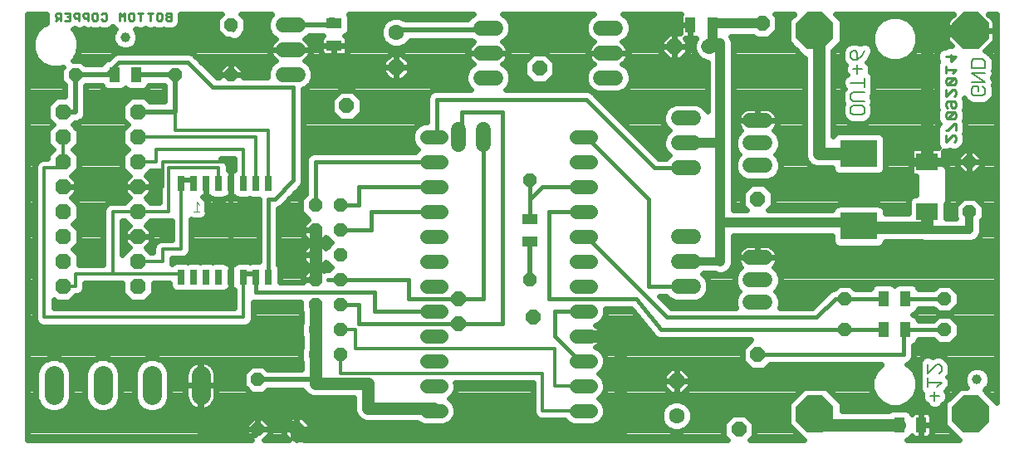
<source format=gbl>
G75*
G70*
%OFA0B0*%
%FSLAX24Y24*%
%IPPOS*%
%LPD*%
%AMOC8*
5,1,8,0,0,1.08239X$1,22.5*
%
%ADD10C,0.0100*%
%ADD11C,0.0050*%
%ADD12C,0.0030*%
%ADD13OC8,0.0560*%
%ADD14R,0.0411X0.0630*%
%ADD15R,0.0866X0.0709*%
%ADD16R,0.1496X0.1102*%
%ADD17OC8,0.1500*%
%ADD18C,0.0600*%
%ADD19R,0.0630X0.0411*%
%ADD20C,0.0394*%
%ADD21C,0.0780*%
%ADD22C,0.0560*%
%ADD23OC8,0.0630*%
%ADD24C,0.0630*%
%ADD25OC8,0.0600*%
%ADD26OC8,0.0520*%
%ADD27R,0.0300X0.0600*%
%ADD28C,0.0200*%
%ADD29C,0.0240*%
%ADD30C,0.0500*%
%ADD31C,0.0120*%
%ADD32C,0.0400*%
%ADD33C,0.0160*%
%ADD34C,0.0150*%
%ADD35C,0.0320*%
D10*
X001677Y018092D02*
X001777Y018192D01*
X001727Y018192D02*
X001877Y018192D01*
X001877Y018092D02*
X001877Y018392D01*
X001727Y018392D01*
X001677Y018342D01*
X001677Y018242D01*
X001727Y018192D01*
X002045Y018092D02*
X002245Y018092D01*
X002245Y018392D01*
X002045Y018392D01*
X002145Y018242D02*
X002245Y018242D01*
X002414Y018242D02*
X002414Y018342D01*
X002464Y018392D01*
X002614Y018392D01*
X002614Y018092D01*
X002614Y018192D02*
X002464Y018192D01*
X002414Y018242D01*
X002782Y018242D02*
X002832Y018192D01*
X002982Y018192D01*
X002982Y018092D02*
X002982Y018392D01*
X002832Y018392D01*
X002782Y018342D01*
X002782Y018242D01*
X003150Y018142D02*
X003200Y018092D01*
X003300Y018092D01*
X003350Y018142D01*
X003350Y018342D01*
X003300Y018392D01*
X003200Y018392D01*
X003150Y018342D01*
X003150Y018142D01*
X003518Y018142D02*
X003568Y018092D01*
X003669Y018092D01*
X003719Y018142D01*
X003719Y018342D01*
X003669Y018392D01*
X003568Y018392D01*
X003518Y018342D01*
X004255Y018392D02*
X004255Y018092D01*
X004455Y018092D02*
X004455Y018392D01*
X004355Y018292D01*
X004255Y018392D01*
X004623Y018342D02*
X004623Y018142D01*
X004673Y018092D01*
X004773Y018092D01*
X004824Y018142D01*
X004824Y018342D01*
X004773Y018392D01*
X004673Y018392D01*
X004623Y018342D01*
X004992Y018392D02*
X005192Y018392D01*
X005092Y018392D02*
X005092Y018092D01*
X005460Y018092D02*
X005460Y018392D01*
X005560Y018392D02*
X005360Y018392D01*
X005728Y018342D02*
X005728Y018142D01*
X005778Y018092D01*
X005878Y018092D01*
X005928Y018142D01*
X005928Y018342D01*
X005878Y018392D01*
X005778Y018392D01*
X005728Y018342D01*
X006097Y018342D02*
X006097Y018292D01*
X006147Y018242D01*
X006297Y018242D01*
X006297Y018092D02*
X006147Y018092D01*
X006097Y018142D01*
X006097Y018192D01*
X006147Y018242D01*
X006097Y018342D02*
X006147Y018392D01*
X006297Y018392D01*
X006297Y018092D01*
X037397Y016640D02*
X037797Y016640D01*
X037597Y016440D01*
X037597Y016707D01*
X037397Y016246D02*
X037397Y015979D01*
X037397Y016113D02*
X037797Y016113D01*
X037664Y015979D01*
X037730Y015786D02*
X037463Y015786D01*
X037397Y015719D01*
X037397Y015586D01*
X037463Y015519D01*
X037730Y015786D01*
X037797Y015719D01*
X037797Y015586D01*
X037730Y015519D01*
X037463Y015519D01*
X037397Y015325D02*
X037397Y015059D01*
X037664Y015325D01*
X037730Y015325D01*
X037797Y015259D01*
X037797Y015125D01*
X037730Y015059D01*
X037730Y014865D02*
X037463Y014865D01*
X037397Y014798D01*
X037397Y014665D01*
X037463Y014598D01*
X037597Y014665D02*
X037664Y014598D01*
X037730Y014598D01*
X037797Y014665D01*
X037797Y014798D01*
X037730Y014865D01*
X037597Y014865D02*
X037597Y014665D01*
X037730Y014405D02*
X037463Y014405D01*
X037397Y014338D01*
X037397Y014205D01*
X037463Y014138D01*
X037730Y014405D01*
X037797Y014338D01*
X037797Y014205D01*
X037730Y014138D01*
X037463Y014138D01*
X037730Y013944D02*
X037463Y013678D01*
X037397Y013678D01*
X037397Y013484D02*
X037397Y013217D01*
X037664Y013484D01*
X037730Y013484D01*
X037797Y013417D01*
X037797Y013284D01*
X037730Y013217D01*
X037797Y013678D02*
X037797Y013944D01*
X037730Y013944D01*
D11*
X038526Y015067D02*
X038434Y015159D01*
X038434Y015342D01*
X038526Y015434D01*
X038709Y015434D01*
X038709Y015251D01*
X038526Y015067D02*
X038893Y015067D01*
X038985Y015159D01*
X038985Y015342D01*
X038893Y015434D01*
X038985Y015620D02*
X038434Y015987D01*
X038985Y015987D01*
X038985Y016172D02*
X038985Y016447D01*
X038893Y016539D01*
X038526Y016539D01*
X038434Y016447D01*
X038434Y016172D01*
X038985Y016172D01*
X038985Y015620D02*
X038434Y015620D01*
X034135Y015593D02*
X033584Y015593D01*
X033859Y015962D02*
X033859Y016329D01*
X033859Y016515D02*
X033859Y016790D01*
X033768Y016882D01*
X033676Y016882D01*
X033584Y016790D01*
X033584Y016606D01*
X033676Y016515D01*
X033859Y016515D01*
X034043Y016698D01*
X034135Y016882D01*
X034043Y016146D02*
X033676Y016146D01*
X034135Y015777D02*
X034135Y015410D01*
X034135Y015224D02*
X033676Y015224D01*
X033584Y015132D01*
X033584Y014949D01*
X033676Y014857D01*
X034135Y014857D01*
X034043Y014672D02*
X034135Y014580D01*
X034135Y014397D01*
X034043Y014305D01*
X033676Y014305D01*
X033584Y014397D01*
X033584Y014580D01*
X033676Y014672D01*
X034043Y014672D01*
X036684Y004289D02*
X036684Y003922D01*
X037051Y004289D01*
X037143Y004289D01*
X037235Y004197D01*
X037235Y004014D01*
X037143Y003922D01*
X036684Y003737D02*
X036684Y003370D01*
X036684Y003553D02*
X037235Y003553D01*
X037051Y003370D01*
X036959Y003184D02*
X036959Y002817D01*
X036776Y003001D02*
X037143Y003001D01*
D12*
X007457Y010432D02*
X007210Y010432D01*
X007333Y010432D02*
X007333Y010802D01*
X007457Y010679D01*
D13*
X012097Y010667D03*
X013097Y010667D03*
X013097Y009667D03*
X012097Y009667D03*
X012097Y008667D03*
X013097Y008667D03*
X013097Y007667D03*
X012097Y007667D03*
X012097Y006667D03*
X013097Y006667D03*
X013097Y005667D03*
X012097Y005667D03*
X012097Y004667D03*
X013097Y004667D03*
D14*
X034903Y005667D03*
X035790Y005667D03*
X035790Y006917D03*
X034903Y006917D03*
X035528Y001855D03*
X036415Y001855D03*
X004915Y015917D03*
X004028Y015917D03*
X027153Y017917D03*
X028040Y017917D03*
D15*
X036659Y012421D03*
X036659Y010413D03*
D16*
X033909Y009835D03*
X033909Y012749D03*
D17*
X032159Y017667D03*
X038409Y017667D03*
X038409Y002292D03*
X032159Y002292D03*
D18*
X030147Y006767D02*
X029547Y006767D01*
X029547Y007667D02*
X030147Y007667D01*
X030147Y008567D02*
X029547Y008567D01*
X027272Y008417D02*
X026672Y008417D01*
X026672Y007417D02*
X027272Y007417D01*
X027272Y009417D02*
X026672Y009417D01*
X026672Y012167D02*
X027272Y012167D01*
X027272Y013167D02*
X026672Y013167D01*
X026672Y014167D02*
X027272Y014167D01*
X029547Y014067D02*
X030147Y014067D01*
X030147Y013167D02*
X029547Y013167D01*
X029547Y012267D02*
X030147Y012267D01*
X024147Y015792D02*
X023547Y015792D01*
X023547Y016792D02*
X024147Y016792D01*
X024147Y017792D02*
X023547Y017792D01*
X019334Y017792D02*
X018734Y017792D01*
X018734Y016792D02*
X019334Y016792D01*
X019334Y015792D02*
X018734Y015792D01*
X018847Y013717D02*
X018847Y013117D01*
X017847Y013117D02*
X017847Y013717D01*
X011397Y015917D02*
X010797Y015917D01*
X010797Y016917D02*
X011397Y016917D01*
X011397Y017917D02*
X010797Y017917D01*
D19*
X012847Y017986D03*
X012847Y017098D03*
X020722Y010111D03*
X020722Y009223D03*
D20*
X004472Y017417D03*
X038659Y003667D03*
D21*
X007502Y003833D02*
X007502Y003053D01*
X005542Y003053D02*
X005542Y003833D01*
X003562Y003833D02*
X003562Y003053D01*
X001602Y003053D02*
X001602Y003833D01*
D22*
X016567Y003417D02*
X017127Y003417D01*
X017127Y002417D02*
X016567Y002417D01*
X016567Y004417D02*
X017127Y004417D01*
X017127Y005417D02*
X016567Y005417D01*
X016567Y006417D02*
X017127Y006417D01*
X017127Y007417D02*
X016567Y007417D01*
X016567Y008417D02*
X017127Y008417D01*
X017127Y009417D02*
X016567Y009417D01*
X016567Y010417D02*
X017127Y010417D01*
X017127Y011417D02*
X016567Y011417D01*
X016567Y012417D02*
X017127Y012417D01*
X017127Y013417D02*
X016567Y013417D01*
X022567Y013417D02*
X023127Y013417D01*
X023127Y012417D02*
X022567Y012417D01*
X022567Y011417D02*
X023127Y011417D01*
X023127Y010417D02*
X022567Y010417D01*
X022567Y009417D02*
X023127Y009417D01*
X023127Y008417D02*
X022567Y008417D01*
X022567Y007417D02*
X023127Y007417D01*
X023127Y006417D02*
X022567Y006417D01*
X022567Y005417D02*
X023127Y005417D01*
X023127Y004417D02*
X022567Y004417D01*
X022567Y003417D02*
X023127Y003417D01*
X023127Y002417D02*
X022567Y002417D01*
D23*
X026597Y003617D03*
X004972Y007417D03*
X004972Y008417D03*
X004972Y009417D03*
X004972Y010417D03*
X004972Y011417D03*
X004972Y012417D03*
X004972Y013417D03*
X004972Y014417D03*
X001972Y014417D03*
X001972Y013417D03*
X001972Y012417D03*
X001972Y011417D03*
X001972Y010417D03*
X001972Y009417D03*
X001972Y008417D03*
X001972Y007417D03*
X015347Y016217D03*
X026522Y017042D03*
D24*
X027922Y017042D03*
X015347Y017617D03*
X026597Y002217D03*
D25*
X029097Y001667D03*
X029847Y004667D03*
X020847Y006167D03*
X017847Y005917D03*
X017847Y006917D03*
X011347Y001667D03*
X029847Y010917D03*
X021097Y016167D03*
X013347Y014667D03*
X030034Y017980D03*
D26*
X038347Y012417D03*
X038347Y010417D03*
X037347Y006917D03*
X037347Y005667D03*
X033347Y005667D03*
X033347Y006917D03*
X020722Y007667D03*
X020722Y011667D03*
X008722Y015917D03*
X006472Y015917D03*
X002472Y015917D03*
X008722Y017917D03*
X009784Y003667D03*
X009784Y001667D03*
D27*
X009722Y007787D03*
X010222Y007787D03*
X009222Y007787D03*
X008722Y007787D03*
X008222Y007787D03*
X007722Y007787D03*
X007222Y007787D03*
X006722Y007787D03*
X006722Y011547D03*
X007222Y011547D03*
X007722Y011547D03*
X008222Y011547D03*
X008722Y011547D03*
X009222Y011547D03*
X009722Y011547D03*
X010222Y011547D03*
D28*
X008722Y011547D02*
X008722Y010417D01*
X008722Y007787D01*
X009222Y007787D02*
X009222Y007917D01*
X009722Y007917D01*
X009722Y007787D01*
X007222Y011547D02*
X007222Y011667D01*
X006722Y011667D01*
X006722Y011547D01*
X006472Y014417D02*
X004972Y014417D01*
X006472Y014417D02*
X006472Y015917D01*
X004915Y015917D01*
X004028Y015917D02*
X003722Y015917D01*
X002472Y015917D01*
X002472Y014417D01*
X001972Y014417D01*
X008722Y017917D02*
X008822Y017917D01*
X008822Y017717D01*
X011022Y017717D02*
X011022Y017917D01*
X011097Y017917D01*
X012672Y017917D01*
X012672Y018117D01*
X012847Y018117D01*
X012847Y017986D01*
X012847Y018105D01*
X012847Y017986D02*
X012847Y017917D01*
X015347Y017717D02*
X015347Y017617D01*
X015347Y017717D02*
X018822Y017717D01*
X018822Y017917D01*
X019022Y017917D01*
X019022Y017792D01*
X019034Y017792D01*
X020722Y009223D02*
X020722Y007667D01*
X012097Y003667D02*
X009784Y003667D01*
X007502Y003443D02*
X007502Y003417D01*
X007472Y003417D01*
X007472Y001417D01*
X009722Y001417D01*
X009722Y001667D01*
X009784Y001667D01*
X010972Y001667D01*
X010972Y001917D01*
X011222Y001917D01*
X011222Y001667D01*
X011347Y001667D01*
D29*
X000542Y001237D02*
X000542Y018347D01*
X001307Y018347D01*
X001307Y018316D01*
X001307Y018169D01*
X001308Y018167D01*
X001307Y018166D01*
X001307Y018019D01*
X001323Y017979D01*
X001145Y017906D01*
X000883Y017644D01*
X000741Y017302D01*
X000741Y016932D01*
X000883Y016590D01*
X001145Y016328D01*
X001486Y016187D01*
X001857Y016187D01*
X001967Y016232D01*
X001892Y016157D01*
X001892Y015677D01*
X002052Y015517D01*
X002052Y015052D01*
X001709Y015052D01*
X001337Y014680D01*
X001337Y014154D01*
X001574Y013917D01*
X001337Y013680D01*
X001337Y013154D01*
X001574Y012917D01*
X001337Y012680D01*
X001337Y012547D01*
X001146Y012547D01*
X001006Y012489D01*
X000900Y012382D01*
X000842Y012243D01*
X000842Y012092D01*
X000842Y006243D01*
X000842Y006092D01*
X000900Y005952D01*
X001006Y005845D01*
X001146Y005787D01*
X009146Y005787D01*
X009297Y005787D01*
X009437Y005845D01*
X009544Y005952D01*
X009602Y006092D01*
X009602Y006784D01*
X009642Y006767D01*
X009801Y006767D01*
X011497Y006767D01*
X011497Y006419D01*
X011527Y006389D01*
X011527Y005946D01*
X011497Y005916D01*
X011497Y005419D01*
X011527Y005389D01*
X011527Y004946D01*
X011497Y004916D01*
X011497Y004419D01*
X011527Y004389D01*
X011527Y004087D01*
X010184Y004087D01*
X010024Y004247D01*
X009544Y004247D01*
X009204Y003907D01*
X009204Y003427D01*
X009544Y003087D01*
X010024Y003087D01*
X010184Y003247D01*
X011592Y003247D01*
X011614Y003194D01*
X011774Y003034D01*
X011983Y002947D01*
X012210Y002947D01*
X013652Y002947D01*
X013652Y002631D01*
X013652Y002404D01*
X013739Y002194D01*
X013899Y002034D01*
X014108Y001947D01*
X016188Y001947D01*
X016227Y001909D01*
X016447Y001817D01*
X017246Y001817D01*
X017467Y001909D01*
X017635Y002077D01*
X017727Y002298D01*
X017727Y002536D01*
X017635Y002757D01*
X017475Y002917D01*
X017635Y003077D01*
X017727Y003298D01*
X017727Y003536D01*
X017726Y003537D01*
X020842Y003537D01*
X020842Y002493D01*
X020842Y002342D01*
X020900Y002202D01*
X021006Y002095D01*
X021146Y002037D01*
X022098Y002037D01*
X022227Y001909D01*
X022447Y001817D01*
X023246Y001817D01*
X023467Y001909D01*
X023635Y002077D01*
X023727Y002298D01*
X023727Y002536D01*
X023635Y002757D01*
X023475Y002917D01*
X023635Y003077D01*
X023727Y003298D01*
X023727Y003536D01*
X023635Y003757D01*
X023475Y003917D01*
X023635Y004077D01*
X023727Y004298D01*
X023727Y004536D01*
X023635Y004757D01*
X023467Y004926D01*
X023355Y004972D01*
X029275Y004972D01*
X029227Y004924D02*
X029227Y004410D01*
X029590Y004047D01*
X030103Y004047D01*
X030328Y004272D01*
X034818Y004272D01*
X034565Y004019D01*
X034423Y003677D01*
X034423Y003307D01*
X034565Y002965D01*
X034827Y002703D01*
X035168Y002562D01*
X035539Y002562D01*
X035880Y002703D01*
X036142Y002965D01*
X036284Y003307D01*
X036284Y003677D01*
X036142Y004019D01*
X035880Y004281D01*
X035850Y004293D01*
X035945Y004332D01*
X036057Y004443D01*
X036117Y004589D01*
X036117Y004746D01*
X036117Y005056D01*
X036177Y005081D01*
X036267Y005171D01*
X036309Y005272D01*
X036921Y005272D01*
X037106Y005087D01*
X037587Y005087D01*
X037927Y005427D01*
X037927Y005907D01*
X037587Y006247D01*
X037106Y006247D01*
X036922Y006062D01*
X036309Y006062D01*
X036267Y006163D01*
X036177Y006253D01*
X036084Y006292D01*
X036177Y006331D01*
X036267Y006421D01*
X036309Y006522D01*
X036921Y006522D01*
X037106Y006337D01*
X037587Y006337D01*
X037927Y006677D01*
X037927Y007157D01*
X037587Y007497D01*
X037106Y007497D01*
X036921Y007312D01*
X036309Y007312D01*
X036267Y007413D01*
X036177Y007503D01*
X036060Y007552D01*
X035521Y007552D01*
X035404Y007503D01*
X035347Y007446D01*
X035290Y007503D01*
X035172Y007552D01*
X034634Y007552D01*
X034516Y007503D01*
X034426Y007413D01*
X034384Y007312D01*
X033772Y007312D01*
X033587Y007497D01*
X033106Y007497D01*
X032921Y007312D01*
X032893Y007312D01*
X032748Y007252D01*
X032637Y007141D01*
X032058Y006562D01*
X030733Y006562D01*
X030767Y006644D01*
X030767Y006890D01*
X030672Y007118D01*
X030573Y007217D01*
X030672Y007316D01*
X030767Y007544D01*
X030767Y007790D01*
X030672Y008018D01*
X030503Y008188D01*
X030543Y008228D01*
X030591Y008295D01*
X030629Y008368D01*
X030654Y008445D01*
X030667Y008526D01*
X030667Y008567D01*
X029847Y008567D01*
X029847Y008567D01*
X030667Y008567D01*
X030667Y008608D01*
X030654Y008689D01*
X030629Y008767D01*
X030591Y008840D01*
X030543Y008906D01*
X030485Y008964D01*
X030419Y009012D01*
X030346Y009049D01*
X030268Y009074D01*
X030188Y009087D01*
X029847Y009087D01*
X029847Y008568D01*
X029846Y008568D01*
X029846Y009087D01*
X029506Y009087D01*
X029425Y009074D01*
X029347Y009049D01*
X029274Y009012D01*
X029208Y008964D01*
X029150Y008906D01*
X029102Y008840D01*
X029065Y008767D01*
X029039Y008689D01*
X029027Y008608D01*
X029027Y008567D01*
X029027Y008526D01*
X029039Y008445D01*
X029065Y008368D01*
X029102Y008295D01*
X029150Y008228D01*
X029191Y008188D01*
X029021Y008018D01*
X028927Y007790D01*
X028927Y007544D01*
X029021Y007316D01*
X029120Y007217D01*
X029021Y007118D01*
X028927Y006890D01*
X028927Y006644D01*
X028961Y006562D01*
X026385Y006562D01*
X025925Y007022D01*
X026190Y007022D01*
X026320Y006892D01*
X026548Y006797D01*
X027395Y006797D01*
X027623Y006892D01*
X027797Y007066D01*
X027892Y007294D01*
X027892Y007540D01*
X027797Y007768D01*
X027648Y007917D01*
X027668Y007937D01*
X028147Y007937D01*
X028243Y007897D01*
X028450Y007897D01*
X028641Y007976D01*
X028787Y008123D01*
X028867Y008314D01*
X028867Y009447D01*
X032841Y009447D01*
X032841Y009221D01*
X032890Y009103D01*
X032980Y009013D01*
X033097Y008964D01*
X034721Y008964D01*
X034838Y009013D01*
X034928Y009103D01*
X034977Y009221D01*
X034977Y009222D01*
X036417Y009222D01*
X036501Y009187D01*
X036692Y009187D01*
X038442Y009187D01*
X038619Y009260D01*
X038754Y009395D01*
X038827Y009572D01*
X038827Y009763D01*
X038827Y010077D01*
X038927Y010177D01*
X038927Y010657D01*
X038587Y010997D01*
X038106Y010997D01*
X037767Y010657D01*
X037767Y010177D01*
X037797Y010147D01*
X037412Y010147D01*
X037412Y010718D01*
X037430Y010736D01*
X037479Y010853D01*
X037479Y012106D01*
X037430Y012223D01*
X037340Y012313D01*
X037312Y012325D01*
X037312Y012364D01*
X036717Y012364D01*
X036717Y012478D01*
X037312Y012478D01*
X037312Y012804D01*
X037298Y012858D01*
X037323Y012847D01*
X037470Y012847D01*
X037564Y012886D01*
X037657Y012847D01*
X037804Y012847D01*
X037940Y012903D01*
X038007Y012970D01*
X038024Y012987D01*
X038111Y013074D01*
X038111Y013074D01*
X038132Y013127D01*
X038167Y013210D01*
X038167Y013210D01*
X038167Y013210D01*
X038167Y013283D01*
X038167Y013357D01*
X038167Y013357D01*
X038167Y013491D01*
X038144Y013547D01*
X038167Y013604D01*
X038167Y013871D01*
X038167Y014018D01*
X038144Y014074D01*
X038167Y014131D01*
X038167Y014205D01*
X038167Y014278D01*
X038167Y014278D01*
X038167Y014412D01*
X038130Y014501D01*
X038132Y014508D01*
X038167Y014591D01*
X038167Y014591D01*
X038167Y014591D01*
X038167Y014664D01*
X038167Y014738D01*
X038167Y014738D01*
X038167Y014872D01*
X038130Y014962D01*
X038132Y014968D01*
X038136Y014977D01*
X038142Y014963D01*
X038239Y014866D01*
X038330Y014775D01*
X038457Y014722D01*
X038595Y014722D01*
X038961Y014722D01*
X039088Y014775D01*
X039185Y014872D01*
X039277Y014963D01*
X039330Y015090D01*
X039330Y015228D01*
X039330Y015411D01*
X039303Y015475D01*
X039310Y015485D01*
X039316Y015519D01*
X039330Y015551D01*
X039330Y015586D01*
X039336Y015620D01*
X039330Y015654D01*
X039330Y015688D01*
X039316Y015720D01*
X039309Y015755D01*
X039290Y015783D01*
X039282Y015803D01*
X039330Y015918D01*
X039330Y016055D01*
X039320Y016079D01*
X039330Y016103D01*
X039330Y016241D01*
X039330Y016516D01*
X039298Y016591D01*
X039277Y016643D01*
X039276Y016644D01*
X039185Y016734D01*
X039184Y016736D01*
X039088Y016831D01*
X039068Y016840D01*
X038987Y016873D01*
X039379Y017265D01*
X039379Y017667D01*
X038410Y017667D01*
X038410Y017667D01*
X039379Y017667D01*
X039379Y018069D01*
X039101Y018347D01*
X039452Y018347D01*
X039452Y002763D01*
X038969Y003246D01*
X039097Y003374D01*
X039176Y003564D01*
X039176Y003770D01*
X039097Y003960D01*
X038952Y004105D01*
X038762Y004184D01*
X038556Y004184D01*
X038366Y004105D01*
X038221Y003960D01*
X038142Y003770D01*
X038142Y003564D01*
X038221Y003374D01*
X038233Y003362D01*
X037966Y003362D01*
X037454Y002850D01*
X037488Y002932D01*
X037488Y003069D01*
X037435Y003196D01*
X037400Y003231D01*
X037430Y003261D01*
X037527Y003358D01*
X037580Y003484D01*
X037580Y003622D01*
X037527Y003748D01*
X037492Y003783D01*
X037527Y003818D01*
X037580Y003945D01*
X037580Y004082D01*
X037580Y004266D01*
X037548Y004341D01*
X037527Y004393D01*
X037526Y004394D01*
X037435Y004484D01*
X037434Y004486D01*
X037338Y004581D01*
X037318Y004590D01*
X037212Y004634D01*
X037074Y004634D01*
X036982Y004634D01*
X036868Y004586D01*
X036753Y004634D01*
X036616Y004634D01*
X036489Y004581D01*
X036392Y004484D01*
X036339Y004358D01*
X036339Y003991D01*
X036339Y003853D01*
X036349Y003829D01*
X036339Y003805D01*
X036339Y003301D01*
X036392Y003174D01*
X036450Y003116D01*
X036431Y003069D01*
X036431Y002932D01*
X036483Y002805D01*
X036580Y002708D01*
X036642Y002683D01*
X036667Y002622D01*
X036764Y002525D01*
X036891Y002472D01*
X037028Y002472D01*
X037155Y002525D01*
X037252Y002622D01*
X037277Y002683D01*
X037338Y002708D01*
X037339Y002709D01*
X037339Y001849D01*
X037951Y001237D01*
X035839Y001237D01*
X035915Y001268D01*
X036005Y001358D01*
X036028Y001415D01*
X036034Y001405D01*
X036075Y001364D01*
X036125Y001335D01*
X036181Y001320D01*
X036415Y001320D01*
X036415Y001854D01*
X036416Y001854D01*
X036416Y001855D01*
X036841Y001855D01*
X036841Y002199D01*
X036826Y002255D01*
X036797Y002305D01*
X036756Y002346D01*
X036706Y002375D01*
X036650Y002390D01*
X036416Y002390D01*
X036416Y001855D01*
X036415Y001855D01*
X036415Y002390D01*
X036181Y002390D01*
X036125Y002375D01*
X036075Y002346D01*
X036034Y002305D01*
X036028Y002295D01*
X036005Y002351D01*
X035915Y002441D01*
X035797Y002490D01*
X035259Y002490D01*
X035141Y002441D01*
X035112Y002412D01*
X033229Y002412D01*
X033229Y002735D01*
X032602Y003362D01*
X031716Y003362D01*
X031089Y002735D01*
X031089Y001849D01*
X031701Y001237D01*
X029543Y001237D01*
X029717Y001410D01*
X029717Y001924D01*
X029353Y002287D01*
X028840Y002287D01*
X028477Y001924D01*
X028477Y001410D01*
X028650Y001237D01*
X011652Y001237D01*
X011867Y001452D01*
X011867Y001667D01*
X011347Y001667D01*
X011347Y001667D01*
X011347Y001237D01*
X011346Y001237D01*
X011346Y001667D01*
X010827Y001667D01*
X010827Y001452D01*
X011041Y001237D01*
X010033Y001237D01*
X010264Y001468D01*
X010264Y001667D01*
X009785Y001667D01*
X009785Y001667D01*
X010264Y001667D01*
X010264Y001866D01*
X009983Y002147D01*
X009784Y002147D01*
X009585Y002147D01*
X009304Y001866D01*
X009304Y001667D01*
X009304Y001468D01*
X009535Y001237D01*
X000542Y001237D01*
X000542Y001394D02*
X009378Y001394D01*
X009304Y001633D02*
X000542Y001633D01*
X000542Y001871D02*
X009310Y001871D01*
X009304Y001667D02*
X009784Y001667D01*
X009304Y001667D01*
X009784Y001667D02*
X009784Y001667D01*
X009784Y001668D02*
X009784Y002147D01*
X009784Y001668D01*
X009784Y001668D01*
X009784Y001871D02*
X009784Y001871D01*
X009784Y002110D02*
X009784Y002110D01*
X009548Y002110D02*
X000542Y002110D01*
X000542Y002348D02*
X001447Y002348D01*
X001461Y002343D02*
X001744Y002343D01*
X002005Y002451D01*
X002204Y002651D01*
X002312Y002911D01*
X002312Y003974D01*
X002204Y004235D01*
X002005Y004435D01*
X001744Y004543D01*
X001461Y004543D01*
X001200Y004435D01*
X001001Y004235D01*
X000892Y003974D01*
X000892Y002911D01*
X001001Y002651D01*
X001200Y002451D01*
X001461Y002343D01*
X001757Y002348D02*
X003407Y002348D01*
X003421Y002343D02*
X003704Y002343D01*
X003965Y002451D01*
X004164Y002651D01*
X004272Y002911D01*
X004272Y003974D01*
X004164Y004235D01*
X003965Y004435D01*
X003704Y004543D01*
X003421Y004543D01*
X003160Y004435D01*
X002961Y004235D01*
X002852Y003974D01*
X002852Y002911D01*
X002961Y002651D01*
X003160Y002451D01*
X003421Y002343D01*
X003717Y002348D02*
X005387Y002348D01*
X005401Y002343D02*
X005684Y002343D01*
X005945Y002451D01*
X006144Y002651D01*
X006252Y002911D01*
X006252Y003974D01*
X006144Y004235D01*
X005945Y004435D01*
X005684Y004543D01*
X005401Y004543D01*
X005140Y004435D01*
X004941Y004235D01*
X004832Y003974D01*
X004832Y002911D01*
X004941Y002651D01*
X005140Y002451D01*
X005401Y002343D01*
X005697Y002348D02*
X013675Y002348D01*
X013652Y002587D02*
X007899Y002587D01*
X007900Y002587D02*
X007968Y002655D01*
X008024Y002733D01*
X008068Y002819D01*
X008097Y002910D01*
X008112Y003005D01*
X008112Y003433D01*
X007513Y003433D01*
X007513Y003453D01*
X008112Y003453D01*
X008112Y003881D01*
X008097Y003976D01*
X008068Y004067D01*
X008024Y004152D01*
X007968Y004230D01*
X007900Y004298D01*
X007822Y004354D01*
X007737Y004398D01*
X007645Y004428D01*
X007550Y004443D01*
X007512Y004443D01*
X007512Y003453D01*
X007492Y003453D01*
X007492Y003433D01*
X006892Y003433D01*
X006892Y003005D01*
X006907Y002910D01*
X006937Y002819D01*
X006981Y002733D01*
X007037Y002655D01*
X007105Y002587D01*
X007183Y002531D01*
X007268Y002487D01*
X007360Y002458D01*
X007454Y002443D01*
X007492Y002443D01*
X007492Y003432D01*
X007512Y003432D01*
X007512Y002443D01*
X007550Y002443D01*
X007645Y002458D01*
X007737Y002487D01*
X007822Y002531D01*
X007900Y002587D01*
X008070Y002826D02*
X013652Y002826D01*
X013823Y002110D02*
X011639Y002110D01*
X011562Y002187D02*
X011347Y002187D01*
X011347Y001668D01*
X011346Y001668D01*
X011346Y002187D01*
X011131Y002187D01*
X010827Y001883D01*
X010827Y001667D01*
X011346Y001667D01*
X011346Y001667D01*
X011347Y001667D01*
X011867Y001667D01*
X011867Y001883D01*
X011562Y002187D01*
X011347Y002110D02*
X011346Y002110D01*
X011346Y001871D02*
X011347Y001871D01*
X011346Y001633D02*
X011347Y001633D01*
X011346Y001394D02*
X011347Y001394D01*
X011809Y001394D02*
X028493Y001394D01*
X028477Y001633D02*
X026845Y001633D01*
X026956Y001679D02*
X026723Y001582D01*
X026470Y001582D01*
X026237Y001679D01*
X026058Y001857D01*
X025962Y002091D01*
X025962Y002343D01*
X026058Y002577D01*
X026237Y002755D01*
X026470Y002852D01*
X026723Y002852D01*
X026956Y002755D01*
X027135Y002577D01*
X027232Y002343D01*
X027232Y002091D01*
X027135Y001857D01*
X026956Y001679D01*
X027141Y001871D02*
X028477Y001871D01*
X028663Y002110D02*
X027232Y002110D01*
X027230Y002348D02*
X031089Y002348D01*
X031089Y002587D02*
X027125Y002587D01*
X026787Y002826D02*
X031179Y002826D01*
X031418Y003064D02*
X023622Y003064D01*
X023567Y002826D02*
X026406Y002826D01*
X026375Y003082D02*
X026062Y003396D01*
X026062Y003617D01*
X026596Y003617D01*
X026596Y003617D01*
X026062Y003617D01*
X026062Y003839D01*
X026375Y004152D01*
X026596Y004152D01*
X026596Y003618D01*
X026597Y003618D01*
X026597Y004152D01*
X026818Y004152D01*
X027132Y003839D01*
X027132Y003617D01*
X026597Y003617D01*
X026597Y003617D01*
X027132Y003617D01*
X027132Y003396D01*
X026818Y003082D01*
X026597Y003082D01*
X026597Y003617D01*
X026596Y003617D01*
X026596Y003082D01*
X026375Y003082D01*
X026155Y003303D02*
X023727Y003303D01*
X023725Y003541D02*
X026062Y003541D01*
X026062Y003780D02*
X023613Y003780D01*
X023576Y004018D02*
X026241Y004018D01*
X026596Y004018D02*
X026597Y004018D01*
X026596Y003780D02*
X026597Y003780D01*
X026596Y003541D02*
X026597Y003541D01*
X027132Y003541D02*
X034423Y003541D01*
X034466Y003780D02*
X027132Y003780D01*
X026952Y004018D02*
X034565Y004018D01*
X034803Y004257D02*
X030313Y004257D01*
X029380Y004257D02*
X023710Y004257D01*
X023727Y004495D02*
X029227Y004495D01*
X029227Y004734D02*
X023645Y004734D01*
X023452Y005036D02*
X023508Y005091D01*
X023554Y005155D01*
X023590Y005225D01*
X023614Y005300D01*
X023627Y005378D01*
X023627Y005417D01*
X022847Y005417D01*
X022847Y005417D01*
X023627Y005417D01*
X023627Y005456D01*
X023614Y005534D01*
X023590Y005609D01*
X023554Y005679D01*
X023508Y005743D01*
X023452Y005799D01*
X023389Y005845D01*
X023355Y005862D01*
X023467Y005909D01*
X023635Y006077D01*
X023727Y006298D01*
X023727Y006522D01*
X024782Y006522D01*
X025628Y005464D01*
X025637Y005443D01*
X025677Y005403D01*
X025712Y005359D01*
X025732Y005348D01*
X025748Y005332D01*
X025801Y005311D01*
X025850Y005283D01*
X025872Y005281D01*
X025893Y005272D01*
X025950Y005272D01*
X026006Y005266D01*
X026028Y005272D01*
X029575Y005272D01*
X029227Y004924D01*
X029514Y005211D02*
X023583Y005211D01*
X023452Y005036D02*
X023389Y004990D01*
X023355Y004972D01*
X023627Y005449D02*
X025634Y005449D01*
X025449Y005688D02*
X023548Y005688D01*
X023485Y005927D02*
X025258Y005927D01*
X025068Y006165D02*
X023672Y006165D01*
X023727Y006404D02*
X024877Y006404D01*
X026067Y006881D02*
X026346Y006881D01*
X026305Y006642D02*
X028927Y006642D01*
X028927Y006881D02*
X027597Y006881D01*
X027819Y007119D02*
X029022Y007119D01*
X029004Y007358D02*
X027892Y007358D01*
X027869Y007596D02*
X028927Y007596D01*
X028945Y007835D02*
X027731Y007835D01*
X028738Y008073D02*
X029076Y008073D01*
X029093Y008312D02*
X028866Y008312D01*
X028867Y008551D02*
X029027Y008551D01*
X029027Y008567D02*
X029846Y008567D01*
X029846Y008567D01*
X029027Y008567D01*
X029076Y008789D02*
X028867Y008789D01*
X028867Y009028D02*
X029305Y009028D01*
X028867Y009266D02*
X032841Y009266D01*
X032965Y009028D02*
X030388Y009028D01*
X030617Y008789D02*
X039452Y008789D01*
X039452Y009028D02*
X034853Y009028D01*
X034977Y010362D02*
X034977Y010450D01*
X034928Y010568D01*
X034838Y010658D01*
X034721Y010707D01*
X033097Y010707D01*
X032980Y010658D01*
X032890Y010568D01*
X032856Y010487D01*
X030293Y010487D01*
X030467Y010660D01*
X030467Y011174D01*
X030103Y011537D01*
X029590Y011537D01*
X029227Y011174D01*
X029227Y010660D01*
X029400Y010487D01*
X028867Y010487D01*
X028867Y013271D01*
X028867Y017271D01*
X028788Y017460D01*
X029677Y017460D01*
X029777Y017360D01*
X030291Y017360D01*
X030654Y017723D01*
X030654Y018236D01*
X030543Y018347D01*
X031326Y018347D01*
X031089Y018110D01*
X031089Y017224D01*
X031716Y016597D01*
X031739Y016597D01*
X031739Y012629D01*
X031826Y012419D01*
X031986Y012259D01*
X032196Y012172D01*
X032423Y012172D01*
X032841Y012172D01*
X032841Y012134D01*
X032890Y012016D01*
X032980Y011926D01*
X033097Y011878D01*
X034721Y011878D01*
X034838Y011926D01*
X034928Y012016D01*
X034977Y012134D01*
X034977Y013364D01*
X034928Y013481D01*
X034838Y013571D01*
X034721Y013620D01*
X033097Y013620D01*
X032980Y013571D01*
X032890Y013481D01*
X032879Y013455D01*
X032879Y016874D01*
X033229Y017224D01*
X033229Y018110D01*
X032992Y018347D01*
X037717Y018347D01*
X037439Y018069D01*
X037439Y017667D01*
X037439Y017265D01*
X037628Y017076D01*
X037523Y017076D01*
X037387Y017020D01*
X037377Y017010D01*
X037323Y017010D01*
X037187Y016953D01*
X037083Y016849D01*
X037027Y016713D01*
X037027Y016566D01*
X037078Y016443D01*
X037027Y016320D01*
X037027Y015906D01*
X037050Y015849D01*
X037037Y015817D01*
X037027Y015793D01*
X037027Y015793D01*
X037027Y015793D01*
X037027Y015720D01*
X037027Y015659D01*
X037027Y015512D01*
X037050Y015456D01*
X037027Y015399D01*
X037027Y015132D01*
X037027Y014985D01*
X037050Y014929D01*
X037036Y014894D01*
X037027Y014872D01*
X037027Y014872D01*
X037027Y014872D01*
X037027Y014797D01*
X037027Y014591D01*
X037064Y014501D01*
X037037Y014436D01*
X037027Y014412D01*
X037027Y014412D01*
X037027Y014411D01*
X037027Y014339D01*
X037027Y014278D01*
X037027Y014131D01*
X037083Y013995D01*
X037137Y013941D01*
X037083Y013887D01*
X037027Y013751D01*
X037027Y013604D01*
X037036Y013581D01*
X037027Y013558D01*
X037027Y013291D01*
X037027Y013144D01*
X037083Y013008D01*
X037095Y012995D01*
X036716Y012995D01*
X036716Y012479D01*
X036602Y012479D01*
X036602Y012995D01*
X036197Y012995D01*
X036141Y012980D01*
X036091Y012951D01*
X036050Y012910D01*
X036021Y012860D01*
X036006Y012804D01*
X036006Y012478D01*
X036602Y012478D01*
X036602Y012364D01*
X036006Y012364D01*
X036006Y012038D01*
X036021Y011982D01*
X036050Y011932D01*
X036091Y011891D01*
X036141Y011862D01*
X036197Y011847D01*
X036214Y011847D01*
X036214Y011088D01*
X036162Y011088D01*
X036045Y011039D01*
X035955Y010949D01*
X035906Y010831D01*
X035906Y010362D01*
X034977Y010362D01*
X034974Y010459D02*
X035906Y010459D01*
X035906Y010697D02*
X034743Y010697D01*
X035949Y010936D02*
X030467Y010936D01*
X030466Y011175D02*
X036214Y011175D01*
X036214Y011413D02*
X030228Y011413D01*
X030270Y011647D02*
X030498Y011742D01*
X030672Y011916D01*
X030767Y012144D01*
X030767Y012390D01*
X030672Y012618D01*
X030573Y012717D01*
X030672Y012816D01*
X030767Y013044D01*
X030767Y013290D01*
X030672Y013518D01*
X030503Y013688D01*
X030543Y013728D01*
X030591Y013795D01*
X030629Y013868D01*
X030654Y013945D01*
X030667Y014026D01*
X030667Y014067D01*
X029847Y014067D01*
X029847Y014067D01*
X030667Y014067D01*
X030667Y014108D01*
X030654Y014189D01*
X030629Y014267D01*
X030591Y014340D01*
X030543Y014406D01*
X030485Y014464D01*
X030419Y014512D01*
X030346Y014549D01*
X030268Y014574D01*
X030188Y014587D01*
X029847Y014587D01*
X029847Y014068D01*
X029846Y014068D01*
X029846Y014587D01*
X029506Y014587D01*
X029425Y014574D01*
X029347Y014549D01*
X029274Y014512D01*
X029208Y014464D01*
X029150Y014406D01*
X029102Y014340D01*
X029065Y014267D01*
X029039Y014189D01*
X029027Y014108D01*
X029027Y014067D01*
X029027Y014026D01*
X029039Y013945D01*
X029065Y013868D01*
X029102Y013795D01*
X029150Y013728D01*
X029191Y013688D01*
X029021Y013518D01*
X028927Y013290D01*
X028927Y013044D01*
X029021Y012816D01*
X029120Y012717D01*
X029021Y012618D01*
X028927Y012390D01*
X028927Y012144D01*
X029021Y011916D01*
X029195Y011742D01*
X029423Y011647D01*
X030270Y011647D01*
X030281Y011652D02*
X036214Y011652D01*
X036092Y011890D02*
X034751Y011890D01*
X034975Y012129D02*
X036006Y012129D01*
X036006Y012606D02*
X034977Y012606D01*
X034977Y012844D02*
X036017Y012844D01*
X036602Y012844D02*
X036716Y012844D01*
X036716Y012606D02*
X036602Y012606D01*
X036602Y012367D02*
X034977Y012367D01*
X034977Y013083D02*
X037052Y013083D01*
X037027Y013321D02*
X034977Y013321D01*
X034850Y013560D02*
X037028Y013560D01*
X037046Y013799D02*
X032879Y013799D01*
X032879Y013560D02*
X032969Y013560D01*
X033480Y014012D02*
X033607Y013960D01*
X033745Y013960D01*
X034111Y013960D01*
X034238Y014012D01*
X034335Y014109D01*
X034427Y014201D01*
X034480Y014328D01*
X034480Y014465D01*
X034480Y014649D01*
X034451Y014719D01*
X034480Y014789D01*
X034480Y014926D01*
X034432Y015041D01*
X034480Y015156D01*
X034480Y015293D01*
X034470Y015317D01*
X034480Y015341D01*
X034480Y015845D01*
X034427Y015972D01*
X034369Y016031D01*
X034388Y016077D01*
X034388Y016214D01*
X034335Y016341D01*
X034254Y016422D01*
X034278Y016445D01*
X034321Y016482D01*
X034326Y016494D01*
X034335Y016503D01*
X034357Y016555D01*
X034474Y016789D01*
X034484Y016926D01*
X034440Y017056D01*
X034350Y017159D01*
X034227Y017221D01*
X034091Y017231D01*
X033960Y017187D01*
X033951Y017179D01*
X033943Y017182D01*
X033836Y017227D01*
X033699Y017227D01*
X033607Y017227D01*
X033504Y017184D01*
X033480Y017174D01*
X033387Y017081D01*
X033383Y017077D01*
X033292Y016985D01*
X033269Y016932D01*
X033239Y016858D01*
X033239Y016721D01*
X033239Y016538D01*
X033292Y016411D01*
X033377Y016326D01*
X033331Y016214D01*
X033331Y016077D01*
X033383Y015950D01*
X033431Y015903D01*
X033389Y015886D01*
X033292Y015789D01*
X033239Y015662D01*
X033239Y015525D01*
X033292Y015398D01*
X033327Y015363D01*
X033292Y015328D01*
X033269Y015274D01*
X033239Y015201D01*
X033239Y015064D01*
X033239Y014880D01*
X033287Y014765D01*
X033269Y014722D01*
X033239Y014649D01*
X033239Y014649D01*
X033239Y014511D01*
X033239Y014465D01*
X033239Y014328D01*
X033292Y014201D01*
X033480Y014012D01*
X033456Y014037D02*
X032879Y014037D01*
X032879Y014276D02*
X033261Y014276D01*
X033239Y014514D02*
X032879Y014514D01*
X032879Y014753D02*
X033282Y014753D01*
X033239Y014991D02*
X032879Y014991D01*
X032879Y015230D02*
X033251Y015230D01*
X033239Y015201D02*
X033239Y015201D01*
X033262Y015468D02*
X032879Y015468D01*
X032879Y015707D02*
X033258Y015707D01*
X033388Y015945D02*
X032879Y015945D01*
X032879Y016184D02*
X033331Y016184D01*
X033287Y016422D02*
X032879Y016422D01*
X032879Y016661D02*
X033239Y016661D01*
X033239Y016858D02*
X033239Y016858D01*
X033256Y016900D02*
X032905Y016900D01*
X033143Y017138D02*
X033445Y017138D01*
X033480Y017174D02*
X033480Y017174D01*
X033480Y017174D01*
X033607Y017227D02*
X033607Y017227D01*
X033229Y017377D02*
X034429Y017377D01*
X034429Y017552D02*
X034429Y017182D01*
X034570Y016840D01*
X034832Y016578D01*
X035174Y016437D01*
X035544Y016437D01*
X035886Y016578D01*
X036148Y016840D01*
X036289Y017182D01*
X036289Y017552D01*
X036148Y017894D01*
X035886Y018156D01*
X035544Y018297D01*
X035174Y018297D01*
X034832Y018156D01*
X034570Y017894D01*
X034429Y017552D01*
X034455Y017615D02*
X033229Y017615D01*
X033229Y017854D02*
X034554Y017854D01*
X034769Y018092D02*
X033229Y018092D01*
X033009Y018331D02*
X037701Y018331D01*
X037463Y018092D02*
X035949Y018092D01*
X036164Y017854D02*
X037439Y017854D01*
X037439Y017667D02*
X038409Y017667D01*
X037439Y017667D01*
X037439Y017615D02*
X036263Y017615D01*
X036289Y017377D02*
X037439Y017377D01*
X037566Y017138D02*
X036271Y017138D01*
X036172Y016900D02*
X037133Y016900D01*
X037027Y016661D02*
X035969Y016661D01*
X037069Y016422D02*
X034255Y016422D01*
X034388Y016184D02*
X037027Y016184D01*
X037027Y015945D02*
X034438Y015945D01*
X034480Y015707D02*
X037027Y015707D01*
X037045Y015468D02*
X034480Y015468D01*
X034480Y015230D02*
X037027Y015230D01*
X037027Y014991D02*
X034453Y014991D01*
X034465Y014753D02*
X037027Y014753D01*
X037059Y014514D02*
X034480Y014514D01*
X034458Y014276D02*
X037027Y014276D01*
X037066Y014037D02*
X034263Y014037D01*
X031739Y014037D02*
X030667Y014037D01*
X030624Y014276D02*
X031739Y014276D01*
X031739Y014514D02*
X030415Y014514D01*
X029847Y014514D02*
X029846Y014514D01*
X029846Y014276D02*
X029847Y014276D01*
X029846Y014067D02*
X029846Y014067D01*
X029027Y014067D01*
X029846Y014067D01*
X029279Y014514D02*
X028867Y014514D01*
X028867Y014276D02*
X029069Y014276D01*
X029027Y014037D02*
X028867Y014037D01*
X028867Y013799D02*
X029100Y013799D01*
X029063Y013560D02*
X028867Y013560D01*
X028867Y013321D02*
X028940Y013321D01*
X028927Y013083D02*
X028867Y013083D01*
X028867Y012844D02*
X029009Y012844D01*
X029016Y012606D02*
X028867Y012606D01*
X028867Y012367D02*
X028927Y012367D01*
X028933Y012129D02*
X028867Y012129D01*
X028867Y011890D02*
X029047Y011890D01*
X028867Y011652D02*
X029413Y011652D01*
X029466Y011413D02*
X028867Y011413D01*
X028867Y011175D02*
X029227Y011175D01*
X029227Y010936D02*
X028867Y010936D01*
X028867Y010697D02*
X029227Y010697D01*
X030467Y010697D02*
X033075Y010697D01*
X033067Y011890D02*
X030646Y011890D01*
X030760Y012129D02*
X032843Y012129D01*
X031878Y012367D02*
X030767Y012367D01*
X030678Y012606D02*
X031749Y012606D01*
X031739Y012844D02*
X030684Y012844D01*
X030767Y013083D02*
X031739Y013083D01*
X031739Y013321D02*
X030754Y013321D01*
X030631Y013560D02*
X031739Y013560D01*
X031739Y013799D02*
X030593Y013799D01*
X031739Y014753D02*
X028867Y014753D01*
X028867Y014991D02*
X031739Y014991D01*
X031739Y015230D02*
X028867Y015230D01*
X028867Y015468D02*
X031739Y015468D01*
X031739Y015707D02*
X028867Y015707D01*
X028867Y015945D02*
X031739Y015945D01*
X031739Y016184D02*
X028867Y016184D01*
X028867Y016422D02*
X031739Y016422D01*
X031652Y016661D02*
X028867Y016661D01*
X028867Y016900D02*
X031414Y016900D01*
X031175Y017138D02*
X028867Y017138D01*
X028823Y017377D02*
X029760Y017377D01*
X030308Y017377D02*
X031089Y017377D01*
X031089Y017615D02*
X030547Y017615D01*
X030654Y017854D02*
X031089Y017854D01*
X031089Y018092D02*
X030654Y018092D01*
X030560Y018331D02*
X031310Y018331D01*
X034369Y017138D02*
X034447Y017138D01*
X034482Y016900D02*
X034546Y016900D01*
X034410Y016661D02*
X034749Y016661D01*
X038409Y017667D02*
X038409Y017667D01*
X039252Y017138D02*
X039452Y017138D01*
X039452Y017377D02*
X039379Y017377D01*
X039379Y017615D02*
X039452Y017615D01*
X039452Y017854D02*
X039379Y017854D01*
X039356Y018092D02*
X039452Y018092D01*
X039452Y018331D02*
X039117Y018331D01*
X039013Y016900D02*
X039452Y016900D01*
X039452Y016661D02*
X039259Y016661D01*
X039277Y016643D02*
X039277Y016643D01*
X039277Y016643D01*
X039185Y016734D02*
X039185Y016734D01*
X039088Y016831D02*
X039088Y016831D01*
X039088Y016831D01*
X039330Y016422D02*
X039452Y016422D01*
X039452Y016184D02*
X039330Y016184D01*
X039330Y015945D02*
X039452Y015945D01*
X039452Y015707D02*
X039322Y015707D01*
X039306Y015468D02*
X039452Y015468D01*
X039452Y015230D02*
X039330Y015230D01*
X039289Y014991D02*
X039452Y014991D01*
X039452Y014753D02*
X039035Y014753D01*
X039452Y014514D02*
X038135Y014514D01*
X038167Y014276D02*
X039452Y014276D01*
X039452Y014037D02*
X038159Y014037D01*
X038167Y014131D02*
X038167Y014131D01*
X038167Y014131D01*
X038167Y013799D02*
X039452Y013799D01*
X039452Y013560D02*
X038149Y013560D01*
X038167Y013321D02*
X039452Y013321D01*
X039452Y013083D02*
X038114Y013083D01*
X038111Y013074D02*
X038111Y013074D01*
X038007Y012970D02*
X038007Y012970D01*
X038095Y012844D02*
X037301Y012844D01*
X037312Y012606D02*
X037867Y012606D01*
X037867Y012616D02*
X037867Y012417D01*
X037867Y012218D01*
X038148Y011937D01*
X038346Y011937D01*
X038346Y012417D01*
X037867Y012417D01*
X038346Y012417D01*
X038346Y012417D01*
X038347Y012417D01*
X038347Y012417D01*
X038827Y012417D01*
X038827Y012218D01*
X038545Y011937D01*
X038347Y011937D01*
X038347Y012417D01*
X038827Y012417D01*
X038827Y012616D01*
X038545Y012897D01*
X038347Y012897D01*
X038347Y012418D01*
X038346Y012418D01*
X038346Y012897D01*
X038148Y012897D01*
X037867Y012616D01*
X037867Y012367D02*
X036717Y012367D01*
X037470Y012129D02*
X037956Y012129D01*
X038346Y012129D02*
X038347Y012129D01*
X038346Y012367D02*
X038347Y012367D01*
X038346Y012606D02*
X038347Y012606D01*
X038346Y012844D02*
X038347Y012844D01*
X038598Y012844D02*
X039452Y012844D01*
X039452Y012606D02*
X038827Y012606D01*
X038827Y012367D02*
X039452Y012367D01*
X039452Y012129D02*
X038737Y012129D01*
X039452Y011890D02*
X037479Y011890D01*
X037479Y011652D02*
X039452Y011652D01*
X039452Y011413D02*
X037479Y011413D01*
X037479Y011175D02*
X039452Y011175D01*
X039452Y010936D02*
X038648Y010936D01*
X038887Y010697D02*
X039452Y010697D01*
X039452Y010459D02*
X038927Y010459D01*
X038927Y010220D02*
X039452Y010220D01*
X039452Y009982D02*
X038827Y009982D01*
X038827Y009743D02*
X039452Y009743D01*
X039452Y009505D02*
X038799Y009505D01*
X038625Y009266D02*
X039452Y009266D01*
X039452Y008551D02*
X030667Y008551D01*
X030600Y008312D02*
X039452Y008312D01*
X039452Y008073D02*
X030617Y008073D01*
X030748Y007835D02*
X039452Y007835D01*
X039452Y007596D02*
X030767Y007596D01*
X030690Y007358D02*
X032967Y007358D01*
X032615Y007119D02*
X030671Y007119D01*
X030767Y006881D02*
X032377Y006881D01*
X032138Y006642D02*
X030766Y006642D01*
X033726Y007358D02*
X034403Y007358D01*
X036290Y007358D02*
X036967Y007358D01*
X037726Y007358D02*
X039452Y007358D01*
X039452Y007119D02*
X037927Y007119D01*
X037927Y006881D02*
X039452Y006881D01*
X039452Y006642D02*
X037892Y006642D01*
X037653Y006404D02*
X039452Y006404D01*
X039452Y006165D02*
X037669Y006165D01*
X037907Y005927D02*
X039452Y005927D01*
X039452Y005688D02*
X037927Y005688D01*
X037927Y005449D02*
X039452Y005449D01*
X039452Y005211D02*
X037711Y005211D01*
X036983Y005211D02*
X036284Y005211D01*
X036117Y004972D02*
X039452Y004972D01*
X039452Y004734D02*
X036117Y004734D01*
X036078Y004495D02*
X036403Y004495D01*
X036339Y004257D02*
X035904Y004257D01*
X036142Y004018D02*
X036339Y004018D01*
X036339Y003780D02*
X036241Y003780D01*
X036284Y003541D02*
X036339Y003541D01*
X036339Y003303D02*
X036282Y003303D01*
X036183Y003064D02*
X036431Y003064D01*
X036475Y002826D02*
X036003Y002826D01*
X035599Y002587D02*
X036702Y002587D01*
X036751Y002348D02*
X037339Y002348D01*
X037339Y002587D02*
X037217Y002587D01*
X037488Y003064D02*
X037668Y003064D01*
X037472Y003303D02*
X037906Y003303D01*
X038152Y003541D02*
X037580Y003541D01*
X037496Y003780D02*
X038146Y003780D01*
X038279Y004018D02*
X037580Y004018D01*
X037580Y004257D02*
X039452Y004257D01*
X039452Y004018D02*
X039039Y004018D01*
X039172Y003780D02*
X039452Y003780D01*
X039452Y003541D02*
X039166Y003541D01*
X039026Y003303D02*
X039452Y003303D01*
X039452Y003064D02*
X039150Y003064D01*
X039389Y002826D02*
X039452Y002826D01*
X037339Y002110D02*
X036841Y002110D01*
X036841Y001871D02*
X037339Y001871D01*
X037555Y001633D02*
X036841Y001633D01*
X036841Y001511D02*
X036841Y001854D01*
X036416Y001854D01*
X036416Y001320D01*
X036650Y001320D01*
X036706Y001335D01*
X036756Y001364D01*
X036797Y001405D01*
X036826Y001455D01*
X036841Y001511D01*
X036787Y001394D02*
X037794Y001394D01*
X036416Y001394D02*
X036415Y001394D01*
X036415Y001633D02*
X036416Y001633D01*
X036415Y001871D02*
X036416Y001871D01*
X036415Y002110D02*
X036416Y002110D01*
X036415Y002348D02*
X036416Y002348D01*
X036080Y002348D02*
X036006Y002348D01*
X035108Y002587D02*
X033229Y002587D01*
X033139Y002826D02*
X034704Y002826D01*
X034524Y003064D02*
X032900Y003064D01*
X032662Y003303D02*
X034425Y003303D01*
X031656Y003303D02*
X027039Y003303D01*
X026597Y003303D02*
X026596Y003303D01*
X026068Y002587D02*
X023706Y002587D01*
X023727Y002348D02*
X025964Y002348D01*
X025962Y002110D02*
X023649Y002110D01*
X023377Y001871D02*
X026053Y001871D01*
X026348Y001633D02*
X011867Y001633D01*
X011867Y001871D02*
X016317Y001871D01*
X017377Y001871D02*
X022317Y001871D01*
X020992Y002110D02*
X017649Y002110D01*
X017727Y002348D02*
X020842Y002348D01*
X020842Y002587D02*
X017706Y002587D01*
X017567Y002826D02*
X020842Y002826D01*
X020842Y003064D02*
X017622Y003064D01*
X017727Y003303D02*
X020842Y003303D01*
X029531Y002110D02*
X031089Y002110D01*
X031089Y001871D02*
X029717Y001871D01*
X029717Y001633D02*
X031305Y001633D01*
X031544Y001394D02*
X029701Y001394D01*
X036020Y001394D02*
X036044Y001394D01*
X037527Y004393D02*
X037527Y004393D01*
X037424Y004495D02*
X039452Y004495D01*
X037338Y004581D02*
X037338Y004581D01*
X037338Y004581D01*
X037025Y006165D02*
X036265Y006165D01*
X036250Y006404D02*
X037040Y006404D01*
X029847Y008789D02*
X029846Y008789D01*
X029846Y009028D02*
X029847Y009028D01*
X026234Y012606D02*
X025842Y012606D01*
X025885Y012562D02*
X023195Y015252D01*
X023050Y015312D01*
X022893Y015312D01*
X019731Y015312D01*
X019860Y015441D01*
X019954Y015669D01*
X019954Y015915D01*
X019860Y016143D01*
X019685Y016318D01*
X019609Y016349D01*
X019673Y016396D01*
X019731Y016453D01*
X019779Y016520D01*
X019816Y016593D01*
X019841Y016670D01*
X019854Y016751D01*
X019854Y016792D01*
X019035Y016792D01*
X019035Y016792D01*
X019854Y016792D01*
X019854Y016833D01*
X019841Y016914D01*
X019816Y016992D01*
X019779Y017065D01*
X019731Y017131D01*
X019673Y017189D01*
X019609Y017235D01*
X019685Y017267D01*
X019860Y017441D01*
X019954Y017669D01*
X019954Y017915D01*
X019860Y018143D01*
X019685Y018318D01*
X019614Y018347D01*
X023267Y018347D01*
X023196Y018318D01*
X023021Y018143D01*
X022927Y017915D01*
X022927Y017669D01*
X023021Y017441D01*
X023196Y017267D01*
X023272Y017235D01*
X023208Y017189D01*
X023150Y017131D01*
X023102Y017065D01*
X023065Y016992D01*
X023040Y016914D01*
X023027Y016833D01*
X023027Y016792D01*
X023027Y016751D01*
X023040Y016670D01*
X023065Y016593D01*
X023102Y016520D01*
X023150Y016453D01*
X023208Y016396D01*
X023272Y016349D01*
X023196Y016318D01*
X023021Y016143D01*
X022927Y015915D01*
X022927Y015669D01*
X023021Y015441D01*
X023196Y015267D01*
X023423Y015172D01*
X024270Y015172D01*
X024498Y015267D01*
X024672Y015441D01*
X024767Y015669D01*
X024767Y015915D01*
X024672Y016143D01*
X024498Y016318D01*
X024422Y016349D01*
X024486Y016396D01*
X024543Y016453D01*
X024591Y016520D01*
X024629Y016593D01*
X024654Y016670D01*
X024667Y016751D01*
X024667Y016792D01*
X023847Y016792D01*
X023847Y016792D01*
X024667Y016792D01*
X024667Y016833D01*
X024654Y016914D01*
X024629Y016992D01*
X024591Y017065D01*
X024543Y017131D01*
X024486Y017189D01*
X024422Y017235D01*
X024498Y017267D01*
X024672Y017441D01*
X024767Y017669D01*
X024767Y017915D01*
X024672Y018143D01*
X024498Y018318D01*
X024427Y018347D01*
X026760Y018347D01*
X026743Y018317D01*
X026728Y018261D01*
X026728Y017917D01*
X026728Y017577D01*
X026522Y017577D01*
X026522Y017043D01*
X026521Y017043D01*
X026521Y017577D01*
X026300Y017577D01*
X025987Y017264D01*
X025987Y017042D01*
X025987Y016821D01*
X026300Y016507D01*
X026521Y016507D01*
X026521Y017042D01*
X025987Y017042D01*
X026521Y017042D01*
X026521Y017042D01*
X026522Y017042D01*
X026522Y017042D01*
X027057Y017042D01*
X027057Y016821D01*
X026743Y016507D01*
X026522Y016507D01*
X026522Y017042D01*
X027057Y017042D01*
X027057Y017264D01*
X026938Y017382D01*
X027153Y017382D01*
X027375Y017382D01*
X027361Y017348D01*
X027350Y017337D01*
X027270Y017146D01*
X027270Y016939D01*
X027350Y016748D01*
X027361Y016736D01*
X027383Y016682D01*
X027562Y016504D01*
X027795Y016407D01*
X027827Y016407D01*
X027827Y014447D01*
X027797Y014518D01*
X027623Y014693D01*
X027395Y014787D01*
X026548Y014787D01*
X026320Y014693D01*
X026146Y014518D01*
X026052Y014290D01*
X026052Y014044D01*
X026146Y013816D01*
X026295Y013667D01*
X026146Y013518D01*
X026052Y013290D01*
X026052Y013044D01*
X026146Y012816D01*
X026295Y012667D01*
X026190Y012562D01*
X025885Y012562D01*
X026134Y012844D02*
X025603Y012844D01*
X025365Y013083D02*
X026052Y013083D01*
X026065Y013321D02*
X025126Y013321D01*
X024888Y013560D02*
X026188Y013560D01*
X026164Y013799D02*
X024649Y013799D01*
X024410Y014037D02*
X026054Y014037D01*
X026052Y014276D02*
X024172Y014276D01*
X023933Y014514D02*
X026144Y014514D01*
X026465Y014753D02*
X023695Y014753D01*
X023456Y014991D02*
X027827Y014991D01*
X027827Y015230D02*
X024409Y015230D01*
X024684Y015468D02*
X027827Y015468D01*
X027827Y015707D02*
X024767Y015707D01*
X024754Y015945D02*
X027827Y015945D01*
X027827Y016184D02*
X024632Y016184D01*
X024512Y016422D02*
X027758Y016422D01*
X027405Y016661D02*
X026897Y016661D01*
X027057Y016900D02*
X027287Y016900D01*
X027270Y017138D02*
X027057Y017138D01*
X027153Y017382D02*
X027153Y017917D01*
X027153Y017382D01*
X026944Y017377D02*
X027373Y017377D01*
X027153Y017615D02*
X027153Y017615D01*
X027153Y017854D02*
X027153Y017854D01*
X027153Y017917D02*
X027153Y017917D01*
X026728Y017917D01*
X027153Y017917D01*
X027153Y017917D01*
X026728Y017854D02*
X024767Y017854D01*
X024744Y017615D02*
X026728Y017615D01*
X026522Y017377D02*
X026521Y017377D01*
X026521Y017138D02*
X026522Y017138D01*
X026100Y017377D02*
X024608Y017377D01*
X024536Y017138D02*
X025987Y017138D01*
X025987Y016900D02*
X024656Y016900D01*
X024651Y016661D02*
X026146Y016661D01*
X026521Y016661D02*
X026522Y016661D01*
X026521Y016900D02*
X026522Y016900D01*
X026728Y018092D02*
X024694Y018092D01*
X024466Y018331D02*
X026750Y018331D01*
X023846Y016792D02*
X023846Y016792D01*
X023027Y016792D01*
X023846Y016792D01*
X023181Y016422D02*
X021717Y016422D01*
X021717Y016424D02*
X021353Y016787D01*
X020840Y016787D01*
X020477Y016424D01*
X020477Y015910D01*
X020840Y015547D01*
X021353Y015547D01*
X021717Y015910D01*
X021717Y016424D01*
X021717Y016184D02*
X023062Y016184D01*
X022939Y015945D02*
X021717Y015945D01*
X021513Y015707D02*
X022927Y015707D01*
X023010Y015468D02*
X019871Y015468D01*
X019954Y015707D02*
X020680Y015707D01*
X020477Y015945D02*
X019942Y015945D01*
X019819Y016184D02*
X020477Y016184D01*
X020477Y016422D02*
X019700Y016422D01*
X019838Y016661D02*
X020714Y016661D01*
X021480Y016661D02*
X023043Y016661D01*
X023037Y016900D02*
X019844Y016900D01*
X019724Y017138D02*
X023157Y017138D01*
X023085Y017377D02*
X019796Y017377D01*
X019932Y017615D02*
X022949Y017615D01*
X022927Y017854D02*
X019954Y017854D01*
X019881Y018092D02*
X023000Y018092D01*
X023227Y018331D02*
X019654Y018331D01*
X018454Y018347D02*
X018383Y018318D01*
X018209Y018143D01*
X018206Y018137D01*
X015725Y018137D01*
X015706Y018155D01*
X015473Y018252D01*
X015220Y018252D01*
X014987Y018155D01*
X014808Y017977D01*
X014712Y017743D01*
X014712Y017491D01*
X014808Y017257D01*
X014987Y017079D01*
X015220Y016982D01*
X015473Y016982D01*
X015706Y017079D01*
X015885Y017257D01*
X015901Y017297D01*
X018352Y017297D01*
X018383Y017267D01*
X018459Y017235D01*
X018395Y017189D01*
X018338Y017131D01*
X018289Y017065D01*
X018252Y016992D01*
X018227Y016914D01*
X018214Y016833D01*
X018214Y016792D01*
X018214Y016751D01*
X018227Y016670D01*
X018252Y016593D01*
X018289Y016520D01*
X018338Y016453D01*
X018395Y016396D01*
X018459Y016349D01*
X018383Y016318D01*
X018209Y016143D01*
X018114Y015915D01*
X018114Y015669D01*
X018209Y015441D01*
X018337Y015312D01*
X016893Y015312D01*
X016748Y015252D01*
X016637Y015141D01*
X016577Y014996D01*
X016577Y014839D01*
X016577Y014017D01*
X016447Y014017D01*
X016227Y013926D01*
X016058Y013757D01*
X015967Y013536D01*
X015967Y013298D01*
X016058Y013077D01*
X016218Y012917D01*
X016118Y012817D01*
X012176Y012817D01*
X012017Y012817D01*
X011870Y012756D01*
X011758Y012644D01*
X011697Y012497D01*
X011697Y011116D01*
X011497Y010916D01*
X011497Y010419D01*
X011819Y010096D01*
X011597Y009874D01*
X011597Y009667D01*
X011597Y009460D01*
X011890Y009167D01*
X011597Y008874D01*
X011597Y008667D01*
X011597Y008460D01*
X011890Y008167D01*
X011597Y007874D01*
X011597Y007667D01*
X011597Y007567D01*
X010692Y007567D01*
X010692Y008151D01*
X010643Y008268D01*
X010617Y008295D01*
X010617Y010550D01*
X010695Y010582D01*
X011445Y011332D01*
X011557Y011443D01*
X011617Y011589D01*
X011617Y015337D01*
X011748Y015392D01*
X011922Y015566D01*
X012017Y015794D01*
X012017Y016040D01*
X011922Y016268D01*
X011748Y016443D01*
X011672Y016474D01*
X011735Y016521D01*
X011793Y016578D01*
X011841Y016645D01*
X011879Y016718D01*
X011904Y016795D01*
X011917Y016876D01*
X011917Y016917D01*
X011097Y016917D01*
X011097Y016917D01*
X011917Y016917D01*
X011917Y016958D01*
X011904Y017039D01*
X011879Y017117D01*
X011841Y017190D01*
X011793Y017256D01*
X011735Y017314D01*
X011672Y017360D01*
X011748Y017392D01*
X011854Y017497D01*
X012379Y017497D01*
X012407Y017486D01*
X012397Y017480D01*
X012356Y017439D01*
X012327Y017389D01*
X012312Y017333D01*
X012312Y017099D01*
X012846Y017099D01*
X012846Y017098D01*
X012312Y017098D01*
X012312Y016864D01*
X012327Y016808D01*
X012356Y016758D01*
X012397Y016717D01*
X012447Y016688D01*
X012503Y016673D01*
X012846Y016673D01*
X012846Y017098D01*
X012847Y017098D01*
X012847Y016673D01*
X013191Y016673D01*
X013247Y016688D01*
X013297Y016717D01*
X013338Y016758D01*
X013367Y016808D01*
X013382Y016864D01*
X013382Y017098D01*
X012847Y017098D01*
X012847Y017099D01*
X013382Y017099D01*
X013382Y017333D01*
X013367Y017389D01*
X013338Y017439D01*
X013297Y017480D01*
X013287Y017486D01*
X013343Y017509D01*
X013433Y017599D01*
X013482Y017717D01*
X013482Y018255D01*
X013443Y018347D01*
X018454Y018347D01*
X018415Y018331D02*
X013450Y018331D01*
X013482Y018092D02*
X014924Y018092D01*
X014757Y017854D02*
X013482Y017854D01*
X013440Y017615D02*
X014712Y017615D01*
X014759Y017377D02*
X013370Y017377D01*
X013382Y017138D02*
X014928Y017138D01*
X015125Y016752D02*
X014812Y016439D01*
X014812Y016217D01*
X014812Y015996D01*
X015125Y015682D01*
X015346Y015682D01*
X015346Y016217D01*
X014812Y016217D01*
X015346Y016217D01*
X015346Y016217D01*
X015347Y016217D01*
X015347Y016217D01*
X015882Y016217D01*
X015882Y015996D01*
X015568Y015682D01*
X015347Y015682D01*
X015347Y016217D01*
X015882Y016217D01*
X015882Y016439D01*
X015568Y016752D01*
X015347Y016752D01*
X015347Y016218D01*
X015346Y016218D01*
X015346Y016752D01*
X015125Y016752D01*
X015034Y016661D02*
X011850Y016661D01*
X011917Y016900D02*
X012312Y016900D01*
X012312Y017138D02*
X011868Y017138D01*
X011712Y017377D02*
X012323Y017377D01*
X012846Y016900D02*
X012847Y016900D01*
X013382Y016900D02*
X018225Y016900D01*
X018214Y016792D02*
X019034Y016792D01*
X018214Y016792D01*
X018230Y016661D02*
X015659Y016661D01*
X015347Y016661D02*
X015346Y016661D01*
X015346Y016422D02*
X015347Y016422D01*
X015346Y016184D02*
X015347Y016184D01*
X015882Y016184D02*
X018249Y016184D01*
X018368Y016422D02*
X015882Y016422D01*
X015831Y015945D02*
X018127Y015945D01*
X018114Y015707D02*
X015593Y015707D01*
X015347Y015707D02*
X015346Y015707D01*
X015346Y015945D02*
X015347Y015945D01*
X015100Y015707D02*
X011981Y015707D01*
X012017Y015945D02*
X014862Y015945D01*
X014812Y016184D02*
X011957Y016184D01*
X011768Y016422D02*
X014812Y016422D01*
X015766Y017138D02*
X018345Y017138D01*
X019034Y016792D02*
X019034Y016792D01*
X018197Y015468D02*
X011825Y015468D01*
X011617Y015230D02*
X013033Y015230D01*
X013090Y015287D02*
X012727Y014924D01*
X012727Y014410D01*
X013090Y014047D01*
X013603Y014047D01*
X013967Y014410D01*
X013967Y014924D01*
X013603Y015287D01*
X013090Y015287D01*
X012794Y014991D02*
X011617Y014991D01*
X011617Y014753D02*
X012727Y014753D01*
X012727Y014514D02*
X011617Y014514D01*
X011617Y014276D02*
X012861Y014276D01*
X013832Y014276D02*
X016577Y014276D01*
X016577Y014514D02*
X013967Y014514D01*
X013967Y014753D02*
X016577Y014753D01*
X016577Y014991D02*
X013899Y014991D01*
X013661Y015230D02*
X016726Y015230D01*
X016577Y014037D02*
X011617Y014037D01*
X011617Y013799D02*
X016100Y013799D01*
X015976Y013560D02*
X011617Y013560D01*
X011617Y013321D02*
X015967Y013321D01*
X016056Y013083D02*
X011617Y013083D01*
X011617Y012844D02*
X016145Y012844D01*
X011742Y012606D02*
X011617Y012606D01*
X011617Y012367D02*
X011697Y012367D01*
X011697Y012129D02*
X011617Y012129D01*
X011617Y011890D02*
X011697Y011890D01*
X011697Y011652D02*
X011617Y011652D01*
X011697Y011413D02*
X011526Y011413D01*
X011697Y011175D02*
X011288Y011175D01*
X011517Y010936D02*
X011049Y010936D01*
X010811Y010697D02*
X011497Y010697D01*
X011497Y010459D02*
X010617Y010459D01*
X010617Y010220D02*
X011695Y010220D01*
X011704Y009982D02*
X010617Y009982D01*
X010617Y009743D02*
X011597Y009743D01*
X011597Y009667D02*
X012096Y009667D01*
X011597Y009667D01*
X011597Y009505D02*
X010617Y009505D01*
X010617Y009266D02*
X011791Y009266D01*
X011890Y009167D02*
X012096Y009167D01*
X011890Y009167D01*
X011750Y009028D02*
X010617Y009028D01*
X010617Y008789D02*
X011597Y008789D01*
X011597Y008667D02*
X012096Y008667D01*
X011597Y008667D01*
X011597Y008551D02*
X010617Y008551D01*
X010617Y008312D02*
X011745Y008312D01*
X011890Y008167D02*
X012096Y008167D01*
X011890Y008167D01*
X011796Y008073D02*
X010692Y008073D01*
X010692Y007835D02*
X011597Y007835D01*
X011597Y007667D02*
X012096Y007667D01*
X011597Y007667D01*
X011597Y007596D02*
X010692Y007596D01*
X009827Y008407D02*
X009508Y008407D01*
X009472Y008392D01*
X009435Y008407D01*
X009008Y008407D01*
X008890Y008358D01*
X008839Y008307D01*
X008722Y008307D01*
X008722Y007788D01*
X008721Y007788D01*
X008721Y008307D01*
X008604Y008307D01*
X008553Y008358D01*
X008435Y008407D01*
X008008Y008407D01*
X007972Y008392D01*
X007935Y008407D01*
X007508Y008407D01*
X007472Y008392D01*
X007435Y008407D01*
X007008Y008407D01*
X006972Y008392D01*
X006935Y008407D01*
X006508Y008407D01*
X006390Y008358D01*
X006336Y008304D01*
X006352Y008342D01*
X006352Y008537D01*
X006797Y008537D01*
X006937Y008595D01*
X007044Y008702D01*
X007102Y008842D01*
X007102Y008993D01*
X007102Y010114D01*
X007143Y010097D01*
X007523Y010097D01*
X007646Y010148D01*
X007741Y010242D01*
X007792Y010366D01*
X007792Y010499D01*
X007768Y010556D01*
X007792Y010612D01*
X007792Y010746D01*
X007741Y010869D01*
X007593Y011016D01*
X007604Y011027D01*
X007721Y011027D01*
X007721Y011547D01*
X007722Y011547D01*
X007722Y011027D01*
X007839Y011027D01*
X007890Y010976D01*
X008008Y010927D01*
X008435Y010927D01*
X008553Y010976D01*
X008604Y011027D01*
X008721Y011027D01*
X008721Y011547D01*
X008722Y011547D01*
X008722Y011027D01*
X008839Y011027D01*
X008890Y010976D01*
X009008Y010927D01*
X009435Y010927D01*
X009472Y010942D01*
X009508Y010927D01*
X009827Y010927D01*
X009827Y008407D01*
X009827Y008551D02*
X006830Y008551D01*
X007080Y008789D02*
X009827Y008789D01*
X009827Y009028D02*
X007102Y009028D01*
X007102Y009266D02*
X009827Y009266D01*
X009827Y009505D02*
X007102Y009505D01*
X007102Y009743D02*
X009827Y009743D01*
X009827Y009982D02*
X007102Y009982D01*
X007719Y010220D02*
X009827Y010220D01*
X009827Y010459D02*
X007792Y010459D01*
X007792Y010697D02*
X009827Y010697D01*
X009487Y010936D02*
X009457Y010936D01*
X008987Y010936D02*
X008457Y010936D01*
X008721Y011175D02*
X008722Y011175D01*
X008721Y011413D02*
X008722Y011413D01*
X008721Y011548D02*
X008721Y012067D01*
X008604Y012067D01*
X008602Y012070D01*
X008602Y012243D01*
X008544Y012382D01*
X008437Y012489D01*
X008321Y012537D01*
X008842Y012537D01*
X008842Y012070D01*
X008839Y012067D01*
X008722Y012067D01*
X008722Y011548D01*
X008721Y011548D01*
X008721Y011652D02*
X008722Y011652D01*
X008721Y011890D02*
X008722Y011890D01*
X008602Y012129D02*
X008842Y012129D01*
X008842Y012367D02*
X008550Y012367D01*
X007721Y011413D02*
X007722Y011413D01*
X007721Y011175D02*
X007722Y011175D01*
X007673Y010936D02*
X007987Y010936D01*
X006342Y010056D02*
X006342Y009297D01*
X006047Y009297D01*
X005896Y009297D01*
X005756Y009239D01*
X005650Y009132D01*
X005592Y008993D01*
X005592Y008797D01*
X005490Y008797D01*
X005299Y008988D01*
X005507Y009196D01*
X005507Y009417D01*
X004972Y009417D01*
X004972Y009417D01*
X005507Y009417D01*
X005507Y009639D01*
X005299Y009846D01*
X005490Y010037D01*
X006146Y010037D01*
X006297Y010037D01*
X006342Y010056D01*
X006342Y009982D02*
X005434Y009982D01*
X005402Y009743D02*
X006342Y009743D01*
X006342Y009505D02*
X005507Y009505D01*
X005507Y009266D02*
X005821Y009266D01*
X005606Y009028D02*
X005339Y009028D01*
X004971Y009417D02*
X004437Y009417D01*
X004437Y009196D01*
X004644Y008988D01*
X004352Y008695D01*
X004352Y010037D01*
X004454Y010037D01*
X004644Y009846D01*
X004437Y009639D01*
X004437Y009417D01*
X004971Y009417D01*
X004971Y009417D01*
X004437Y009505D02*
X004352Y009505D01*
X004352Y009266D02*
X004437Y009266D01*
X004352Y009028D02*
X004605Y009028D01*
X004446Y008789D02*
X004352Y008789D01*
X003592Y008789D02*
X002498Y008789D01*
X002607Y008680D02*
X002370Y008917D01*
X002607Y009154D01*
X002607Y009680D01*
X002370Y009917D01*
X002607Y010154D01*
X002607Y010680D01*
X002299Y010988D01*
X002507Y011196D01*
X002507Y011417D01*
X001972Y011417D01*
X001972Y011417D01*
X002507Y011417D01*
X002507Y011639D01*
X002299Y011846D01*
X002607Y012154D01*
X002607Y012680D01*
X002370Y012917D01*
X002607Y013154D01*
X002607Y013680D01*
X002370Y013917D01*
X002450Y013997D01*
X002555Y013997D01*
X002710Y014061D01*
X002828Y014179D01*
X002892Y014334D01*
X002892Y015497D01*
X003520Y015497D01*
X003551Y015421D01*
X003641Y015331D01*
X003759Y015282D01*
X004297Y015282D01*
X004415Y015331D01*
X004472Y015388D01*
X004529Y015331D01*
X004646Y015282D01*
X005185Y015282D01*
X005302Y015331D01*
X005392Y015421D01*
X005424Y015497D01*
X006052Y015497D01*
X006052Y014837D01*
X005450Y014837D01*
X005235Y015052D01*
X004709Y015052D01*
X004337Y014680D01*
X004337Y014154D01*
X004574Y013917D01*
X004337Y013680D01*
X004337Y013154D01*
X004574Y012917D01*
X004337Y012680D01*
X004337Y012154D01*
X004644Y011846D01*
X004437Y011639D01*
X004437Y011417D01*
X004437Y011196D01*
X004644Y010988D01*
X004454Y010797D01*
X004047Y010797D01*
X003896Y010797D01*
X003756Y010739D01*
X003650Y010632D01*
X003592Y010493D01*
X003592Y008297D01*
X002607Y008297D01*
X002607Y008680D01*
X002607Y008551D02*
X003592Y008551D01*
X003592Y008312D02*
X002607Y008312D01*
X002480Y009028D02*
X003592Y009028D01*
X003592Y009266D02*
X002607Y009266D01*
X002607Y009505D02*
X003592Y009505D01*
X003592Y009743D02*
X002544Y009743D01*
X002434Y009982D02*
X003592Y009982D01*
X003592Y010220D02*
X002607Y010220D01*
X002607Y010459D02*
X003592Y010459D01*
X003715Y010697D02*
X002589Y010697D01*
X002351Y010936D02*
X004593Y010936D01*
X004458Y011175D02*
X002486Y011175D01*
X002507Y011413D02*
X004437Y011413D01*
X004437Y011417D02*
X004971Y011417D01*
X004971Y011417D01*
X004437Y011417D01*
X004450Y011652D02*
X002494Y011652D01*
X002343Y011890D02*
X004601Y011890D01*
X004362Y012129D02*
X002581Y012129D01*
X002607Y012367D02*
X004337Y012367D01*
X004337Y012606D02*
X002607Y012606D01*
X002443Y012844D02*
X004501Y012844D01*
X004408Y013083D02*
X002535Y013083D01*
X002607Y013321D02*
X004337Y013321D01*
X004337Y013560D02*
X002607Y013560D01*
X002488Y013799D02*
X004455Y013799D01*
X004454Y014037D02*
X002652Y014037D01*
X002868Y014276D02*
X004337Y014276D01*
X004337Y014514D02*
X002892Y014514D01*
X002892Y014753D02*
X004409Y014753D01*
X004648Y014991D02*
X002892Y014991D01*
X002892Y015230D02*
X006052Y015230D01*
X006052Y015468D02*
X005412Y015468D01*
X005296Y014991D02*
X006052Y014991D01*
X008002Y015945D02*
X008242Y015945D01*
X008242Y015917D02*
X008721Y015917D01*
X008242Y015917D01*
X008242Y015812D01*
X008135Y015812D01*
X007307Y016641D01*
X007195Y016752D01*
X007050Y016812D01*
X004300Y016812D01*
X004143Y016812D01*
X003998Y016752D01*
X003798Y016552D01*
X003759Y016552D01*
X003641Y016503D01*
X003551Y016413D01*
X003520Y016337D01*
X002872Y016337D01*
X002712Y016497D01*
X002367Y016497D01*
X002460Y016590D01*
X002602Y016932D01*
X002602Y017302D01*
X002460Y017644D01*
X002363Y017741D01*
X002429Y017768D01*
X002540Y017722D01*
X002687Y017722D01*
X002798Y017768D01*
X002908Y017722D01*
X003056Y017722D01*
X003091Y017737D01*
X003127Y017722D01*
X003274Y017722D01*
X003374Y017722D01*
X003434Y017747D01*
X003495Y017722D01*
X003642Y017722D01*
X003742Y017722D01*
X003878Y017779D01*
X003962Y017862D01*
X004045Y017779D01*
X004086Y017762D01*
X004034Y017710D01*
X003955Y017520D01*
X003955Y017314D01*
X004034Y017124D01*
X004179Y016979D01*
X004369Y016900D01*
X004575Y016900D01*
X004764Y016979D01*
X004910Y017124D01*
X004989Y017314D01*
X004989Y017520D01*
X004910Y017710D01*
X004883Y017737D01*
X004933Y017758D01*
X005018Y017722D01*
X005165Y017722D01*
X005276Y017768D01*
X005386Y017722D01*
X005534Y017722D01*
X005619Y017758D01*
X005705Y017722D01*
X005852Y017722D01*
X005952Y017722D01*
X006012Y017747D01*
X006073Y017722D01*
X006370Y017722D01*
X006506Y017779D01*
X006610Y017883D01*
X006667Y018019D01*
X006667Y018166D01*
X006667Y018169D01*
X006667Y018316D01*
X006667Y018319D01*
X006667Y018347D01*
X008332Y018347D01*
X008142Y018157D01*
X008142Y017677D01*
X008481Y017337D01*
X008642Y017337D01*
X008738Y017297D01*
X008905Y017297D01*
X009060Y017361D01*
X009178Y017479D01*
X009230Y017605D01*
X009302Y017677D01*
X009302Y018157D01*
X009112Y018347D01*
X010350Y018347D01*
X010271Y018268D01*
X010177Y018040D01*
X010177Y017794D01*
X010271Y017566D01*
X010446Y017392D01*
X010522Y017360D01*
X010458Y017314D01*
X010400Y017256D01*
X010352Y017190D01*
X010315Y017117D01*
X010290Y017039D01*
X010277Y016958D01*
X010277Y016917D01*
X010277Y016876D01*
X010290Y016795D01*
X010315Y016718D01*
X010352Y016645D01*
X010400Y016578D01*
X010458Y016521D01*
X010522Y016474D01*
X010446Y016443D01*
X010271Y016268D01*
X010177Y016040D01*
X010177Y015812D01*
X009202Y015812D01*
X009202Y015917D01*
X008722Y015917D01*
X008722Y015917D01*
X009202Y015917D01*
X009202Y016116D01*
X008921Y016397D01*
X008722Y016397D01*
X008722Y015918D01*
X008721Y015918D01*
X008721Y016397D01*
X008523Y016397D01*
X008242Y016116D01*
X008242Y015917D01*
X008721Y015917D02*
X008721Y015917D01*
X008721Y015945D02*
X008722Y015945D01*
X009202Y015945D02*
X010177Y015945D01*
X010236Y016184D02*
X009134Y016184D01*
X008722Y016184D02*
X008721Y016184D01*
X008310Y016184D02*
X007764Y016184D01*
X007525Y016422D02*
X010425Y016422D01*
X010344Y016661D02*
X007286Y016661D01*
X008442Y017377D02*
X004989Y017377D01*
X004949Y017615D02*
X008203Y017615D01*
X008142Y017854D02*
X006582Y017854D01*
X006667Y018092D02*
X008142Y018092D01*
X008315Y018331D02*
X006667Y018331D01*
X004916Y017138D02*
X010326Y017138D01*
X010481Y017377D02*
X009075Y017377D01*
X009240Y017615D02*
X010251Y017615D01*
X010177Y017854D02*
X009302Y017854D01*
X009302Y018092D02*
X010198Y018092D01*
X010334Y018331D02*
X009128Y018331D01*
X010277Y016917D02*
X011096Y016917D01*
X010277Y016917D01*
X010277Y016900D02*
X002588Y016900D01*
X002490Y016661D02*
X003907Y016661D01*
X003560Y016422D02*
X002787Y016422D01*
X001918Y016184D02*
X000542Y016184D01*
X000542Y016422D02*
X001050Y016422D01*
X000853Y016661D02*
X000542Y016661D01*
X000542Y016900D02*
X000755Y016900D01*
X000741Y017138D02*
X000542Y017138D01*
X000542Y017377D02*
X000772Y017377D01*
X000871Y017615D02*
X000542Y017615D01*
X000542Y017854D02*
X001093Y017854D01*
X001307Y018092D02*
X000542Y018092D01*
X000542Y018331D02*
X001307Y018331D01*
X002472Y017615D02*
X003994Y017615D01*
X003970Y017854D02*
X003953Y017854D01*
X003955Y017377D02*
X002571Y017377D01*
X002602Y017138D02*
X004028Y017138D01*
X001892Y015945D02*
X000542Y015945D01*
X000542Y015707D02*
X001892Y015707D01*
X002052Y015468D02*
X000542Y015468D01*
X000542Y015230D02*
X002052Y015230D01*
X001648Y014991D02*
X000542Y014991D01*
X000542Y014753D02*
X001409Y014753D01*
X001337Y014514D02*
X000542Y014514D01*
X000542Y014276D02*
X001337Y014276D01*
X001454Y014037D02*
X000542Y014037D01*
X000542Y013799D02*
X001455Y013799D01*
X001337Y013560D02*
X000542Y013560D01*
X000542Y013321D02*
X001337Y013321D01*
X001408Y013083D02*
X000542Y013083D01*
X000542Y012844D02*
X001501Y012844D01*
X001337Y012606D02*
X000542Y012606D01*
X000542Y012367D02*
X000893Y012367D01*
X000842Y012129D02*
X000542Y012129D01*
X000542Y011890D02*
X000842Y011890D01*
X000842Y011652D02*
X000542Y011652D01*
X000542Y011413D02*
X000842Y011413D01*
X000842Y011175D02*
X000542Y011175D01*
X000542Y010936D02*
X000842Y010936D01*
X000842Y010697D02*
X000542Y010697D01*
X000542Y010459D02*
X000842Y010459D01*
X000842Y010220D02*
X000542Y010220D01*
X000542Y009982D02*
X000842Y009982D01*
X000842Y009743D02*
X000542Y009743D01*
X000542Y009505D02*
X000842Y009505D01*
X000842Y009266D02*
X000542Y009266D01*
X000542Y009028D02*
X000842Y009028D01*
X000842Y008789D02*
X000542Y008789D01*
X000542Y008551D02*
X000842Y008551D01*
X000842Y008312D02*
X000542Y008312D01*
X000542Y008073D02*
X000842Y008073D01*
X000842Y007835D02*
X000542Y007835D01*
X000542Y007596D02*
X000842Y007596D01*
X000842Y007358D02*
X000542Y007358D01*
X000542Y007119D02*
X000842Y007119D01*
X000842Y006881D02*
X000542Y006881D01*
X000542Y006642D02*
X000842Y006642D01*
X001602Y006642D02*
X008842Y006642D01*
X008842Y006547D02*
X001602Y006547D01*
X001602Y006889D01*
X001709Y006782D01*
X002235Y006782D01*
X002490Y007037D01*
X002547Y007037D01*
X002687Y007095D01*
X002794Y007202D01*
X002852Y007342D01*
X002852Y007537D01*
X003896Y007537D01*
X004337Y007537D01*
X004337Y007154D01*
X004709Y006782D01*
X005235Y006782D01*
X005607Y007154D01*
X005607Y007537D01*
X006252Y007537D01*
X006252Y007423D01*
X006300Y007306D01*
X006390Y007216D01*
X006508Y007167D01*
X006935Y007167D01*
X006972Y007182D01*
X007008Y007167D01*
X007435Y007167D01*
X007472Y007182D01*
X007508Y007167D01*
X007935Y007167D01*
X007972Y007182D01*
X008008Y007167D01*
X008435Y007167D01*
X008553Y007216D01*
X008604Y007267D01*
X008721Y007267D01*
X008721Y007787D01*
X008722Y007787D01*
X008722Y007267D01*
X008839Y007267D01*
X008842Y007265D01*
X008842Y006547D01*
X009602Y006642D02*
X011497Y006642D01*
X011512Y006404D02*
X009602Y006404D01*
X009602Y006165D02*
X011527Y006165D01*
X011508Y005927D02*
X009519Y005927D01*
X008842Y006881D02*
X005333Y006881D01*
X005572Y007119D02*
X008842Y007119D01*
X008721Y007358D02*
X008722Y007358D01*
X008721Y007596D02*
X008722Y007596D01*
X008721Y007835D02*
X008722Y007835D01*
X008721Y008073D02*
X008722Y008073D01*
X008599Y008312D02*
X008844Y008312D01*
X006344Y008312D02*
X006339Y008312D01*
X006279Y007358D02*
X005607Y007358D01*
X004610Y006881D02*
X002333Y006881D01*
X002711Y007119D02*
X004372Y007119D01*
X004337Y007358D02*
X002852Y007358D01*
X001610Y006881D02*
X001602Y006881D01*
X000842Y006404D02*
X000542Y006404D01*
X000542Y006165D02*
X000842Y006165D01*
X000925Y005927D02*
X000542Y005927D01*
X000542Y005688D02*
X011497Y005688D01*
X011497Y005449D02*
X000542Y005449D01*
X000542Y005211D02*
X011527Y005211D01*
X011527Y004972D02*
X000542Y004972D01*
X000542Y004734D02*
X011497Y004734D01*
X011497Y004495D02*
X005798Y004495D01*
X005287Y004495D02*
X003818Y004495D01*
X003307Y004495D02*
X001858Y004495D01*
X001347Y004495D02*
X000542Y004495D01*
X000542Y004257D02*
X001022Y004257D01*
X000911Y004018D02*
X000542Y004018D01*
X000542Y003780D02*
X000892Y003780D01*
X000892Y003541D02*
X000542Y003541D01*
X000542Y003303D02*
X000892Y003303D01*
X000892Y003064D02*
X000542Y003064D01*
X000542Y002826D02*
X000928Y002826D01*
X001064Y002587D02*
X000542Y002587D01*
X002141Y002587D02*
X003024Y002587D01*
X002888Y002826D02*
X002277Y002826D01*
X002312Y003064D02*
X002852Y003064D01*
X002852Y003303D02*
X002312Y003303D01*
X002312Y003541D02*
X002852Y003541D01*
X002852Y003780D02*
X002312Y003780D01*
X002294Y004018D02*
X002871Y004018D01*
X002982Y004257D02*
X002182Y004257D01*
X004142Y004257D02*
X004962Y004257D01*
X004851Y004018D02*
X004254Y004018D01*
X004272Y003780D02*
X004832Y003780D01*
X004832Y003541D02*
X004272Y003541D01*
X004272Y003303D02*
X004832Y003303D01*
X004832Y003064D02*
X004272Y003064D01*
X004237Y002826D02*
X004868Y002826D01*
X005004Y002587D02*
X004101Y002587D01*
X006081Y002587D02*
X007106Y002587D01*
X006935Y002826D02*
X006217Y002826D01*
X006252Y003064D02*
X006892Y003064D01*
X006892Y003303D02*
X006252Y003303D01*
X006252Y003541D02*
X006892Y003541D01*
X006892Y003453D02*
X007492Y003453D01*
X007492Y004443D01*
X007454Y004443D01*
X007360Y004428D01*
X007268Y004398D01*
X007183Y004354D01*
X007105Y004298D01*
X007037Y004230D01*
X006981Y004152D01*
X006937Y004067D01*
X006907Y003976D01*
X006892Y003881D01*
X006892Y003453D01*
X007492Y003541D02*
X007512Y003541D01*
X007492Y003780D02*
X007512Y003780D01*
X007492Y004018D02*
X007512Y004018D01*
X007492Y004257D02*
X007512Y004257D01*
X007941Y004257D02*
X011527Y004257D01*
X009315Y004018D02*
X008084Y004018D01*
X008112Y003780D02*
X009204Y003780D01*
X009204Y003541D02*
X008112Y003541D01*
X008112Y003303D02*
X009329Y003303D01*
X008112Y003064D02*
X011744Y003064D01*
X011054Y002110D02*
X010020Y002110D01*
X010259Y001871D02*
X010827Y001871D01*
X010827Y001633D02*
X010264Y001633D01*
X010190Y001394D02*
X010884Y001394D01*
X007512Y002587D02*
X007492Y002587D01*
X007492Y002826D02*
X007512Y002826D01*
X007492Y003064D02*
X007512Y003064D01*
X007492Y003303D02*
X007512Y003303D01*
X006892Y003780D02*
X006252Y003780D01*
X006234Y004018D02*
X006921Y004018D01*
X007064Y004257D02*
X006122Y004257D01*
X012096Y007667D02*
X012096Y007667D01*
X012096Y007668D02*
X012096Y008167D01*
X012096Y008667D01*
X012096Y008667D01*
X012097Y008667D01*
X012097Y008167D01*
X012097Y007668D01*
X012096Y007668D01*
X012096Y007835D02*
X012097Y007835D01*
X012096Y008073D02*
X012097Y008073D01*
X012097Y008167D02*
X012304Y008167D01*
X012437Y008034D01*
X012517Y008067D01*
X012648Y008067D01*
X012748Y008167D01*
X012526Y008389D01*
X012304Y008167D01*
X012097Y008167D01*
X012096Y008312D02*
X012097Y008312D01*
X012096Y008551D02*
X012097Y008551D01*
X012096Y008668D02*
X012096Y009167D01*
X012096Y009667D01*
X012096Y009667D01*
X012097Y009667D01*
X012097Y009167D01*
X012097Y008668D01*
X012096Y008668D01*
X012096Y008789D02*
X012097Y008789D01*
X012096Y009028D02*
X012097Y009028D01*
X012097Y009167D02*
X012304Y009167D01*
X012526Y008945D01*
X012748Y009167D01*
X012526Y009389D01*
X012304Y009167D01*
X012097Y009167D01*
X012096Y009266D02*
X012097Y009266D01*
X012096Y009505D02*
X012097Y009505D01*
X012403Y009266D02*
X012649Y009266D01*
X012609Y009028D02*
X012443Y009028D01*
X012449Y008312D02*
X012603Y008312D01*
X012654Y008073D02*
X012397Y008073D01*
X005842Y010797D02*
X005842Y012056D01*
X005797Y012037D01*
X005646Y012037D01*
X005490Y012037D01*
X005299Y011846D01*
X005507Y011639D01*
X005507Y011417D01*
X004972Y011417D01*
X004972Y011417D01*
X005507Y011417D01*
X005507Y011196D01*
X005299Y010988D01*
X005490Y010797D01*
X005842Y010797D01*
X005842Y010936D02*
X005351Y010936D01*
X005486Y011175D02*
X005842Y011175D01*
X005842Y011413D02*
X005507Y011413D01*
X005494Y011652D02*
X005842Y011652D01*
X005842Y011890D02*
X005343Y011890D01*
X004509Y009982D02*
X004352Y009982D01*
X004352Y009743D02*
X004541Y009743D01*
X003532Y015468D02*
X002892Y015468D01*
X011096Y016917D02*
X011096Y016917D01*
X023218Y015230D02*
X023284Y015230D01*
X027478Y014753D02*
X027827Y014753D01*
X027827Y014514D02*
X027799Y014514D01*
X037479Y010936D02*
X038045Y010936D01*
X037807Y010697D02*
X037412Y010697D01*
X037412Y010459D02*
X037767Y010459D01*
X037767Y010220D02*
X037412Y010220D01*
X038167Y014753D02*
X038384Y014753D01*
D30*
X033909Y012749D02*
X033909Y012742D01*
X032309Y012742D01*
X032309Y017667D01*
X032159Y017667D01*
X036659Y017667D02*
X036659Y012421D01*
X036659Y010413D02*
X036659Y009792D01*
X036597Y009792D01*
X033909Y009792D01*
X033909Y009835D01*
X024347Y005417D02*
X022847Y005417D01*
X024347Y005417D02*
X024347Y001417D01*
X011347Y001417D01*
X014222Y002517D02*
X016847Y002517D01*
X016847Y002417D01*
X016697Y002417D01*
X014222Y002517D02*
X014222Y003517D01*
X012097Y003517D01*
X012097Y003667D01*
X012097Y004605D01*
X012097Y005667D01*
X012097Y006667D01*
X012097Y007667D02*
X012097Y008667D01*
X012097Y009667D01*
X012097Y004667D02*
X012097Y004605D01*
X012097Y004617D02*
X012097Y004667D01*
X032109Y002292D02*
X032159Y002292D01*
X032159Y001842D01*
X035509Y001842D01*
X035509Y001855D01*
X035528Y001855D01*
X032109Y002142D02*
X032109Y002292D01*
X036659Y017667D02*
X038409Y017667D01*
D31*
X013722Y005667D02*
X013722Y004917D01*
X021722Y004917D01*
X021722Y003417D01*
X022847Y003417D01*
X021222Y003917D02*
X021222Y002417D01*
X022847Y002417D01*
X021222Y003917D02*
X013097Y003917D01*
X013097Y004667D01*
X013097Y005667D02*
X013722Y005667D01*
X009222Y006167D02*
X009222Y007787D01*
X006722Y007787D02*
X006722Y007917D01*
X003972Y007917D01*
X003972Y010417D01*
X004972Y010417D01*
X006222Y010417D01*
X006222Y012167D01*
X008222Y012167D01*
X008222Y011547D01*
X008722Y011547D02*
X008722Y012417D01*
X005972Y012417D01*
X005972Y011417D01*
X004972Y011417D01*
X001972Y011417D01*
X001972Y012167D02*
X001222Y012167D01*
X001222Y006167D01*
X009222Y006167D01*
X005972Y008417D02*
X004972Y008417D01*
X005972Y008417D02*
X005972Y008917D01*
X006722Y008917D01*
X006722Y011547D01*
X007722Y011547D02*
X007722Y010417D01*
X008722Y010417D01*
X009222Y011547D02*
X009222Y012917D01*
X005722Y012917D01*
X005722Y012417D01*
X004972Y012417D01*
X004972Y013417D02*
X009722Y013417D01*
X009722Y011547D01*
X010222Y011547D02*
X010222Y013667D01*
X006472Y013667D01*
X006472Y014417D01*
X001972Y013417D02*
X001972Y012417D01*
X001972Y012167D01*
X002472Y007917D02*
X002472Y007417D01*
X001972Y007417D01*
X002472Y007917D02*
X003972Y007917D01*
X011347Y001417D02*
X011347Y001417D01*
X011472Y001417D01*
D32*
X012097Y005667D02*
X012097Y005667D01*
X012097Y006667D02*
X012097Y006667D01*
X026972Y013167D02*
X028347Y013167D01*
X028347Y009967D01*
X028347Y008417D01*
X028347Y009967D02*
X033697Y009967D01*
X028347Y013167D02*
X028347Y017167D01*
X027922Y017167D01*
X027922Y017042D02*
X028040Y017042D01*
X028040Y017917D01*
X028040Y017980D01*
X030034Y017980D01*
X027922Y017042D02*
X027790Y017042D01*
X026597Y017042D02*
X026522Y017042D01*
D33*
X019597Y014417D02*
X017972Y014417D01*
X019597Y014417D02*
X019597Y005917D01*
X017847Y005917D01*
X013847Y005917D01*
X013847Y006667D01*
X013097Y006667D01*
X014472Y006417D02*
X016847Y006417D01*
X015847Y006917D02*
X017847Y006917D01*
X018847Y006917D01*
X018847Y009917D01*
X018847Y009917D01*
X018847Y013417D01*
X016847Y012417D02*
X012097Y012417D01*
X012097Y010667D01*
X013097Y010667D02*
X013847Y010667D01*
X013847Y011417D01*
X016847Y011417D01*
X016847Y010417D02*
X014347Y010417D01*
X014347Y009667D01*
X013097Y009667D01*
X013097Y007667D02*
X012597Y007667D01*
X013097Y007667D02*
X015847Y007667D01*
X015847Y006917D01*
X014472Y007167D02*
X014472Y006417D01*
X014472Y007167D02*
X009722Y007167D01*
X009722Y007787D01*
D34*
X010222Y007787D02*
X010222Y010917D01*
X010472Y010917D01*
X011222Y011667D01*
X011222Y015417D01*
X007972Y015417D01*
X006972Y016417D01*
X004222Y016417D01*
X003722Y015917D01*
X016972Y014917D02*
X016972Y013417D01*
X016847Y013417D01*
X017847Y013417D02*
X017972Y013417D01*
X017972Y014417D01*
X016972Y014917D02*
X022972Y014917D01*
X025722Y012167D01*
X026972Y012167D01*
X025472Y010917D02*
X025472Y007417D01*
X026972Y007417D01*
X025972Y005667D02*
X024972Y006917D01*
X021472Y006917D01*
X021472Y010417D01*
X022847Y010417D01*
X022847Y009417D02*
X022972Y009417D01*
X026222Y006167D01*
X032222Y006167D01*
X032972Y006917D01*
X033347Y006917D01*
X034903Y006917D01*
X035790Y006917D02*
X037347Y006917D01*
X037347Y005667D02*
X037222Y005667D01*
X035972Y005667D01*
X035790Y005667D01*
X035722Y005667D01*
X035722Y004667D01*
X029847Y004667D01*
X033347Y005667D02*
X033472Y005667D01*
X025972Y005667D01*
X022847Y006417D02*
X021722Y006417D01*
X021722Y005417D01*
X022722Y004417D01*
X022847Y004417D01*
X033472Y005667D02*
X034722Y005667D01*
X034903Y005667D01*
X025472Y010917D02*
X022972Y013417D01*
X022847Y013417D01*
X020722Y011667D02*
X020722Y010917D01*
X021222Y011417D01*
X022847Y011417D01*
X020722Y010917D02*
X020722Y010111D01*
D35*
X026972Y008417D02*
X028347Y008417D01*
X033697Y009835D02*
X033697Y009967D01*
X033697Y009835D02*
X033909Y009835D01*
X033909Y009792D02*
X033909Y009567D01*
X034497Y009567D01*
X036597Y009667D02*
X036597Y009792D01*
X036597Y009667D02*
X038347Y009667D01*
X038347Y010417D01*
X038347Y010367D01*
X038297Y010367D01*
X027922Y017042D02*
X027922Y017167D01*
M02*

</source>
